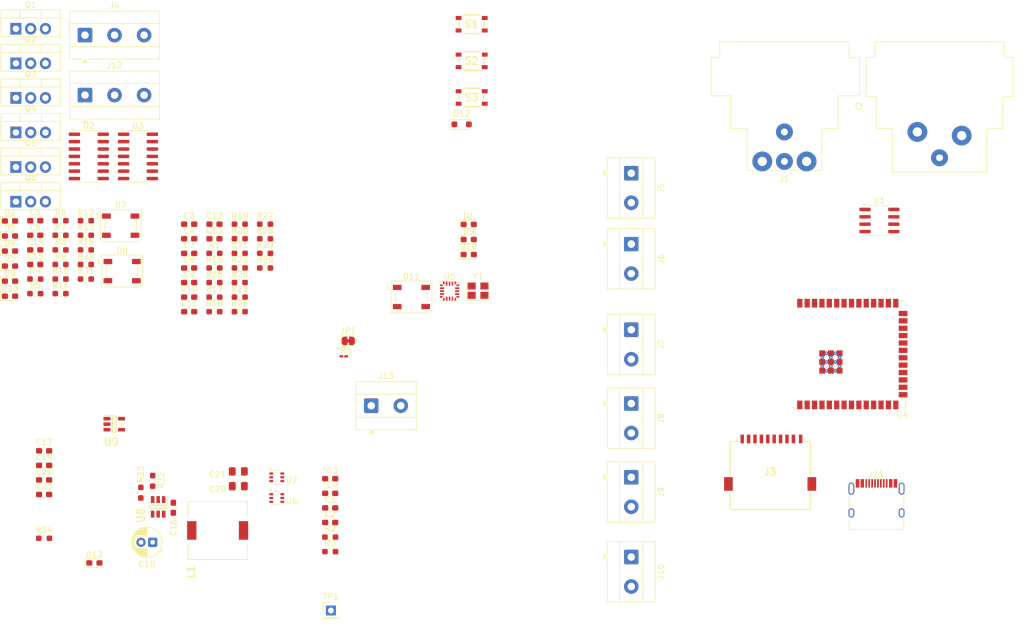
<source format=kicad_pcb>
(kicad_pcb (version 20241229) (generator "pcbnew") (generator_version "9.0")
  (layers (0 "F.Cu" signal) (2 "B.Cu" signal) (13 "F.Paste" user) (15 "B.Paste" user) (5 "F.SilkS" user "F.Silkscreen") (7 "B.SilkS" user "B.Silkscreen") (1 "F.Mask" user) (3 "B.Mask" user) (25 "Edge.Cuts" user))
  (net 0 "")
  (net 1 "GND")
  (net 2 "DMX+")
  (net 3 "DMX-")
  (net 4 "+5V")
  (net 5 "Net-(U5-PC14)")
  (net 6 "Net-(U5-PC15)")
  (net 7 "+3.3V")
  (net 8 "Net-(D1-A)")
  (net 9 "Net-(D1-K)")
  (net 10 "Net-(D2-K)")
  (net 11 "SW_G_2")
  (net 12 "Net-(D3-K)")
  (net 13 "SW_G_3")
  (net 14 "SW_G_4")
  (net 15 "Net-(D4-K)")
  (net 16 "Net-(D5-K)")
  (net 17 "SW_G_5")
  (net 18 "Net-(D6-K)")
  (net 19 "SW_G_6")
  (net 21 "WS2812_1")
  (net 23 "Net-(D9-K)")
  (net 24 "ESP32_LED")
  (net 25 "Net-(D10-A)")
  (net 26 "Net-(D10-K)")
  (net 28 "Net-(D12-A)")
  (net 29 "SW_G_1")
  (net 30 "Net-(D13-K)")
  (net 32 "SD_MISO")
  (net 33 "SD_SCK")
  (net 36 "SD_CS")
  (net 37 "SD_MOSI")
  (net 40 "Net-(J4-Pin_2)")
  (net 41 "+VDC")
  (net 42 "Net-(J5-Pin_1)")
  (net 43 "Net-(J6-Pin_1)")
  (net 44 "Net-(J7-Pin_1)")
  (net 45 "Net-(J8-Pin_1)")
  (net 46 "Net-(J9-Pin_1)")
  (net 47 "Net-(J10-Pin_1)")
  (net 48 "Net-(U4-USB_D-)")
  (net 49 "Net-(J11-CC1)")
  (net 50 "Net-(U4-USB_D+)")
  (net 51 "Net-(J11-CC2)")
  (net 54 "Net-(J12-Pin_2)")
  (net 55 "Net-(JP1-B)")
  (net 56 "Net-(Q1-G)")
  (net 57 "Net-(Q2-G)")
  (net 58 "Net-(Q3-G)")
  (net 59 "Net-(Q4-G)")
  (net 60 "Net-(Q5-G)")
  (net 61 "Net-(Q6-G)")
  (net 62 "STM32_RX")
  (net 63 "ESP32_BOOT")
  (net 64 "ESP32_RESET")
  (net 65 "Net-(U4-IO46)")
  (net 66 "Net-(U4-IO45)")
  (net 67 "STM32_TX")
  (net 68 "OUT_EN")
  (net 69 "STM32_RESET")
  (net 73 "DMX_RX")
  (net 74 "DMX_TX")
  (net 75 "DMX_DE")
  (net 76 "WS2812_2")
  (net 77 "OLED_SDA")
  (net 79 "V_SENSE_VDC")
  (net 82 "OLED_SCL")
  (net 94 "STM32_SWDIO")
  (net 96 "STM32_SWDCLK")
  (net 97 "Net-(U6-VIN)")
  (net 98 "Net-(D12-K)")
  (net 99 "VBUS")
  (net 104 "Net-(U8-CB)")
  (net 105 "Net-(U8-SW)")
  (net 106 "Net-(U8-FB)")
  (footprint "Resistor_SMD:R_0603_1608Metric_Pad0.98x0.95mm_HandSolder" (layer "F.Cu") (at 60.875 81.285)
    (property "Reference" "R7" (at 0 -1.43 0) (layer "F.SilkS"))
    (property "Value" "10k")
    (pad "1" smd roundrect (at -0.9125 0) (size 0.975 0.95) (layers "F.Cu" "F.Mask" "F.Paste") (net 57 "Net-(Q2-G)"))
    (pad "2" smd roundrect (at 0.9125 0) (size 0.975 0.95) (layers "F.Cu" "F.Mask" "F.Paste") (net 1 "GND"))
  )
  (footprint "Resistor_SMD:R_0603_1608Metric_Pad0.98x0.95mm_HandSolder" (layer "F.Cu") (at 96.035 84.395)
    (property "Reference" "R29" (at 0 -1.43 0) (layer "F.SilkS"))
    (property "Value" "10k")
    (pad "1" smd roundrect (at -0.9125 0) (size 0.975 0.95) (layers "F.Cu" "F.Mask" "F.Paste") (net 7 "+3.3V"))
    (pad "2" smd roundrect (at 0.9125 0) (size 0.975 0.95) (layers "F.Cu" "F.Mask" "F.Paste") (net 33 "SD_SCK"))
  )
  (footprint "TerminalBlock_MetzConnect:TerminalBlock_MetzConnect_Type101_RT01602HBWC_1x02_P5.08mm_Horizontal" (layer "F.Cu") (at 159.004 122.931 -90)
    (property "Reference" "J9" (at 2.54 -5.12 90) (layer "F.SilkS"))
    (property "Value" "Screw_Terminal_01x02")
    (pad "1" thru_hole roundrect (at 0 0 270) (size 2.5 2.5) (drill 1.3) (layers "*.Cu" "*.Mask") (roundrect_rratio 0.1) (net 46 "Net-(J9-Pin_1)"))
    (pad "2" thru_hole circle (at 5.08 0 270) (size 2.5 2.5) (drill 1.3) (layers "*.Cu" "*.Mask") (net 41 "+VDC"))
  )
  (footprint "RF_Module:ESP32-S3-WROOM-2" (layer "F.Cu") (at 193.24 101.727 90)
    (property "Reference" "U4" (at -10.5 13.5 0) (layer "F.SilkS") (effects (justify right)))
    (property "Value" "ESP32-S3-WROOM-1")
    (pad "1" smd rect (at -8.75 -5.26 90) (size 1.5 0.9) (layers "F.Cu" "F.Mask" "F.Paste") (net 1 "GND"))
    (pad "2" smd rect (at -8.75 -3.99 90) (size 1.5 0.9) (layers "F.Cu" "F.Mask" "F.Paste") (net 7 "+3.3V"))
    (pad "3" smd rect (at -8.75 -2.72 90) (size 1.5 0.9) (layers "F.Cu" "F.Mask" "F.Paste") (net 64 "ESP32_RESET"))
    (pad "4" smd rect (at -8.75 -1.45 90) (size 1.5 0.9) (layers "F.Cu" "F.Mask" "F.Paste") (net 82 "OLED_SCL"))
    (pad "5" smd rect (at -8.75 -0.18 90) (size 1.5 0.9) (layers "F.Cu" "F.Mask" "F.Paste") (net 77 "OLED_SDA"))
    (pad "6" smd rect (at -8.75 1.09 90) (size 1.5 0.9) (layers "F.Cu" "F.Mask" "F.Paste") (net 36 "SD_CS"))
    (pad "7" smd rect (at -8.75 2.36 90) (size 1.5 0.9) (layers "F.Cu" "F.Mask" "F.Paste") (net 37 "SD_MOSI"))
    (pad "8" smd rect (at -8.75 3.63 90) (size 1.5 0.9) (layers "F.Cu" "F.Mask" "F.Paste") (net 32 "SD_MISO"))
    (pad "9" smd rect (at -8.75 4.9 90) (size 1.5 0.9) (layers "F.Cu" "F.Mask" "F.Paste") (net 33 "SD_SCK"))
    (pad "10" smd rect (at -8.75 6.17 90) (size 1.5 0.9) (layers "F.Cu" "F.Mask" "F.Paste") (net 74 "DMX_TX"))
    (pad "11" smd rect (at -8.75 7.44 90) (size 1.5 0.9) (layers "F.Cu" "F.Mask" "F.Paste") (net 73 "DMX_RX"))
    (pad "12" smd rect (at -8.75 8.71 90) (size 1.5 0.9) (layers "F.Cu" "F.Mask" "F.Paste") (net 79 "V_SENSE_VDC"))
    (pad "13" smd rect (at -8.75 9.98 90) (size 1.5 0.9) (layers "F.Cu" "F.Mask" "F.Paste") (net 48 "Net-(U4-USB_D-)"))
    (pad "14" smd rect (at -8.75 11.25 90) (size 1.5 0.9) (layers "F.Cu" "F.Mask" "F.Paste") (net 50 "Net-(U4-USB_D+)"))
    (pad "15" smd rect (at -6.985 12.5 180) (size 1.5 0.9) (layers "F.Cu" "F.Mask" "F.Paste"))
    (pad "16" smd rect (at -5.715 12.5 180) (size 1.5 0.9) (layers "F.Cu" "F.Mask" "F.Paste") (net 65 "Net-(U4-IO46)"))
    (pad "17" smd rect (at -4.445 12.5 180) (size 1.5 0.9) (layers "F.Cu" "F.Mask" "F.Paste") (net 62 "STM32_RX"))
    (pad "18" smd rect (at -3.175 12.5 180) (size 1.5 0.9) (layers "F.Cu" "F.Mask" "F.Paste") (net 67 "STM32_TX"))
    (pad "19" smd rect (at -1.905 12.5 180) (size 1.5 0.9) (layers "F.Cu" "F.Mask" "F.Paste"))
    (pad "20" smd rect (at -0.635 12.5 180) (size 1.5 0.9) (layers "F.Cu" "F.Mask" "F.Paste") (net 24 "ESP32_LED"))
    (pad "21" smd rect (at 0.635 12.5 180) (size 1.5 0.9) (layers "F.Cu" "F.Mask" "F.Paste") (net 29 "SW_G_1"))
    (pad "22" smd rect (at 1.905 12.5 180) (size 1.5 0.9) (layers "F.Cu" "F.Mask" "F.Paste") (net 11 "SW_G_2"))
    (pad "23" smd rect (at 3.175 12.5 180) (size 1.5 0.9) (layers "F.Cu" "F.Mask" "F.Paste") (net 21 "WS2812_1"))
    (pad "24" smd rect (at 4.445 12.5 180) (size 1.5 0.9) (layers "F.Cu" "F.Mask" "F.Paste") (net 76 "WS2812_2"))
    (pad "25" smd rect (at 5.715 12.5 180) (size 1.5 0.9) (layers "F.Cu" "F.Mask" "F.Paste") (net 68 "OUT_EN"))
    (pad "26" smd rect (at 6.985 12.5 180) (size 1.5 0.9) (layers "F.Cu" "F.Mask" "F.Paste") (net 66 "Net-(U4-IO45)"))
    (pad "27" smd rect (at 8.75 11.25 90) (size 1.5 0.9) (layers "F.Cu" "F.Mask" "F.Paste") (net 63 "ESP32_BOOT"))
    (pad "28" smd rect (at 8.75 9.98 90) (size 1.5 0.9) (layers "F.Cu" "F.Mask" "F.Paste"))
    (pad "29" smd rect (at 8.75 8.71 90) (size 1.5 0.9) (layers "F.Cu" "F.Mask" "F.Paste"))
    (pad "30" smd rect (at 8.75 7.44 90) (size 1.5 0.9) (layers "F.Cu" "F.Mask" "F.Paste"))
    (pad "31" smd rect (at 8.75 6.17 90) (size 1.5 0.9) (layers "F.Cu" "F.Mask" "F.Paste") (net 75 "DMX_DE"))
    (pad "32" smd rect (at 8.75 4.9 90) (size 1.5 0.9) (layers "F.Cu" "F.Mask" "F.Paste") (net 13 "SW_G_3"))
    (pad "33" smd rect (at 8.75 3.63 90) (size 1.5 0.9) (layers "F.Cu" "F.Mask" "F.Paste") (net 14 "SW_G_4"))
    (pad "34" smd rect (at 8.75 2.36 90) (size 1.5 0.9) (layers "F.Cu" "F.Mask" "F.Paste") (net 17 "SW_G_5"))
    (pad "35" smd rect (at 8.75 1.09 90) (size 1.5 0.9) (layers "F.Cu" "F.Mask" "F.Paste") (net 19 "SW_G_6"))
    (pad "36" smd rect (at 8.75 -0.18 90) (size 1.5 0.9) (layers "F.Cu" "F.Mask" "F.Paste"))
    (pad "37" smd rect (at 8.75 -1.45 90) (size 1.5 0.9) (layers "F.Cu" "F.Mask" "F.Paste"))
    (pad "38" smd rect (at 8.75 -2.72 90) (size 1.5 0.9) (layers "F.Cu" "F.Mask" "F.Paste"))
    (pad "39" smd rect (at 8.75 -3.99 90) (size 1.5 0.9) (layers "F.Cu" "F.Mask" "F.Paste"))
    (pad "40" smd rect (at 8.75 -5.26 90) (size 1.5 0.9) (layers "F.Cu" "F.Mask" "F.Paste") (net 1 "GND"))
    (pad "41" smd rect (at -2.86 -1.41 90) (size 1 1) (property pad_prop_heatsink) (layers "F.Cu" "F.Mask" "F.Paste") (net 1 "GND"))
    (pad "41" thru_hole circle (at -2.86 -0.66 90) (size 0.6 0.6) (drill 0.2) (property pad_prop_heatsink) (layers "*.Cu" "*.Mask") (net 1 "GND"))
    (pad "41" smd rect (at -2.86 0.09 90) (size 1 1) (property pad_prop_heatsink) (layers "F.Cu" "F.Mask" "F.Paste") (net 1 "GND"))
    (pad "41" thru_hole circle (at -2.86 0.84 90) (size 0.6 0.6) (drill 0.2) (property pad_prop_heatsink) (layers "*.Cu" "*.Mask") (net 1 "GND"))
    (pad "41" smd rect (at -2.86 1.59 90) (size 1 1) (property pad_prop_heatsink) (layers "F.Cu" "F.Mask" "F.Paste") (net 1 "GND"))
    (pad "41" thru_hole circle (at -2.11 -1.41 90) (size 0.6 0.6) (drill 0.2) (property pad_prop_heatsink) (layers "*.Cu" "*.Mask") (net 1 "GND"))
    (pad "41" thru_hole circle (at -2.11 0.09 90) (size 0.6 0.6) (drill 0.2) (property pad_prop_heatsink) (layers "*.Cu" "*.Mask") (net 1 "GND"))
    (pad "41" thru_hole circle (at -2.11 1.59 90) (size 0.6 0.6) (drill 0.2) (property pad_prop_heatsink) (layers "*.Cu" "*.Mask") (net 1 "GND"))
    (pad "41" smd rect (at -1.36 -1.41 90) (size 1 1) (property pad_prop_heatsink) (layers "F.Cu" "F.Mask" "F.Paste") (net 1 "GND"))
    (pad "41" thru_hole circle (at -1.36 -0.66 90) (size 0.6 0.6) (drill 0.2) (property pad_prop_heatsink) (layers "*.Cu" "*.Mask") (net 1 "GND"))
    (pad "41" smd rect (at -1.36 0.09 90) (size 1 1) (property pad_prop_heatsink) (layers "F.Cu" "F.Mask" "F.Paste") (net 1 "GND"))
    (pad "41" thru_hole circle (at -1.36 0.84 90) (size 0.6 0.6) (drill 0.2) (property pad_prop_heatsink) (layers "*.Cu" "*.Mask") (net 1 "GND"))
    (pad "41" smd rect (at -1.36 1.59 90) (size 1 1) (property pad_prop_heatsink) (layers "F.Cu" "F.Mask" "F.Paste") (net 1 "GND"))
    (pad "41" thru_hole circle (at -0.61 -1.41 90) (size 0.6 0.6) (drill 0.2) (property pad_prop_heatsink) (layers "*.Cu" "*.Mask") (net 1 "GND"))
    (pad "41" thru_hole circle (at -0.61 0.09 90) (size 0.6 0.6) (drill 0.2) (property pad_prop_heatsink) (layers "*.Cu" "*.Mask") (net 1 "GND"))
    (pad "41" thru_hole circle (at -0.61 1.59 90) (size 0.6 0.6) (drill 0.2) (property pad_prop_heatsink) (layers "*.Cu" "*.Mask") (net 1 "GND"))
    (pad "41" smd rect (at 0.14 -1.41 90) (size 1 1) (property pad_prop_heatsink) (layers "F.Cu" "F.Mask" "F.Paste") (net 1 "GND"))
    (pad "41" thru_hole circle (at 0.14 -0.66 90) (size 0.6 0.6) (drill 0.2) (property pad_prop_heatsink) (layers "*.Cu" "*.Mask") (net 1 "GND"))
    (pad "41" smd rect (at 0.14 0.09 90) (size 1 1) (property pad_prop_heatsink) (layers "F.Cu" "F.Mask" "F.Paste") (net 1 "GND"))
    (pad "41" thru_hole circle (at 0.14 0.84 90) (size 0.6 0.6) (drill 0.2) (property pad_prop_heatsink) (layers "*.Cu" "*.Mask") (net 1 "GND"))
    (pad "41" smd rect (at 0.14 1.59 90) (size 1 1) (property pad_prop_heatsink) (layers "F.Cu" "F.Mask" "F.Paste") (net 1 "GND"))
  )
  (footprint "Resistor_SMD:R_0603_1608Metric_Pad0.98x0.95mm_HandSolder" (layer "F.Cu") (at 91.685 91.925)
    (property "Reference" "R25" (at 0 -1.43 0) (layer "F.SilkS"))
    (property "Value" "470")
    (pad "1" smd roundrect (at -0.9125 0) (size 0.975 0.95) (layers "F.Cu" "F.Mask" "F.Paste") (net 26 "Net-(D10-K)"))
    (pad "2" smd roundrect (at 0.9125 0) (size 0.975 0.95) (layers "F.Cu" "F.Mask" "F.Paste") (net 1 "GND"))
  )
  (footprint "Resistor_SMD:R_0603_1608Metric_Pad0.98x0.95mm_HandSolder" (layer "F.Cu") (at 58.044 133.428)
    (property "Reference" "R34" (at 0 -1.43 0) (layer "F.SilkS"))
    (property "Value" "470")
    (pad "1" smd roundrect (at -0.9125 0) (size 0.975 0.95) (layers "F.Cu" "F.Mask" "F.Paste") (net 98 "Net-(D12-K)"))
    (pad "2" smd roundrect (at 0.9125 0) (size 0.975 0.95) (layers "F.Cu" "F.Mask" "F.Paste") (net 1 "GND"))
  )
  (footprint "Resistor_SMD:R_0603_1608Metric_Pad0.98x0.95mm_HandSolder" (layer "F.Cu") (at 65.225 88.815)
    (property "Reference" "R31" (at 0 -1.43 0) (layer "F.SilkS"))
    (property "Value" "10k")
    (pad "1" smd roundrect (at -0.9125 0) (size 0.975 0.95) (layers "F.Cu" "F.Mask" "F.Paste") (net 61 "Net-(Q6-G)"))
    (pad "2" smd roundrect (at 0.9125 0) (size 0.975 0.95) (layers "F.Cu" "F.Mask" "F.Paste") (net 1 "GND"))
  )
  (footprint "Capacitor_SMD:C_0603_1608Metric_Pad1.08x0.95mm_HandSolder" (layer "F.Cu") (at 56.525 86.305)
    (property "Reference" "C15" (at 0 -1.43 0) (layer "F.SilkS"))
    (property "Value" "100n")
    (pad "1" smd roundrect (at -0.8625 0) (size 1.075 0.95) (layers "F.Cu" "F.Mask" "F.Paste") (net 1 "GND"))
    (pad "2" smd roundrect (at 0.8625 0) (size 1.075 0.95) (layers "F.Cu" "F.Mask" "F.Paste") (net 4 "+5V"))
  )
  (footprint "LED_SMD:LED_0603_1608Metric_Pad1.05x0.95mm_HandSolder" (layer "F.Cu") (at 131.06 82.005)
    (property "Reference" "D9" (at 0 -1.43 0) (layer "F.SilkS"))
    (property "Value" "LED")
    (pad "1" smd roundrect (at -0.875 0) (size 1.05 0.95) (layers "F.Cu" "F.Mask" "F.Paste") (net 23 "Net-(D9-K)"))
    (pad "2" smd roundrect (at 0.875 0) (size 1.05 0.95) (layers "F.Cu" "F.Mask" "F.Paste") (net 24 "ESP32_LED"))
  )
  (footprint "SamacSys_Parts:SOT95P280X145-6N" (layer "F.Cu") (at 77.658 128.016 -90)
    (property "Reference" "U8" (at 1.524 2.985 90) (layer "F.SilkS") (effects (font (size 1.27 1.27) (thickness 0.254))))
    (property "Value" "LMR51610XDBVR" (hide yes))
    (pad "1" smd rect (at -1.25 -0.95) (size 0.6 1.2) (layers "F.Cu" "F.Mask" "F.Paste") (net 104 "Net-(U8-CB)"))
    (pad "2" smd rect (at -1.25 0) (size 0.6 1.2) (layers "F.Cu" "F.Mask" "F.Paste") (net 1 "GND"))
    (pad "3" smd rect (at -1.25 0.95) (size 0.6 1.2) (layers "F.Cu" "F.Mask" "F.Paste") (net 106 "Net-(U8-FB)"))
    (pad "4" smd rect (at 1.25 0.95) (size 0.6 1.2) (layers "F.Cu" "F.Mask" "F.Paste") (net 41 "+VDC"))
    (pad "5" smd rect (at 1.25 0) (size 0.6 1.2) (layers "F.Cu" "F.Mask" "F.Paste") (net 41 "+VDC"))
    (pad "6" smd rect (at 1.25 -0.95) (size 0.6 1.2) (layers "F.Cu" "F.Mask" "F.Paste") (net 105 "Net-(U8-SW)"))
  )
  (footprint "Package_TO_SOT_THT:TO-220-3_Vertical" (layer "F.Cu") (at 53.195 57.645)
    (property "Reference" "Q3" (at 2.54 -4.1 0) (layer "F.SilkS"))
    (property "Value" "IRLZ44N")
    (pad "1" thru_hole rect (at 0 0) (size 1.905 2) (drill 1.1) (layers "*.Cu" "*.Mask") (net 58 "Net-(Q3-G)"))
    (pad "2" thru_hole oval (at 2.54 0) (size 1.905 2) (drill 1.1) (layers "*.Cu" "*.Mask") (net 44 "Net-(J7-Pin_1)"))
    (pad "3" thru_hole oval (at 5.08 0) (size 1.905 2) (drill 1.1) (layers "*.Cu" "*.Mask") (net 1 "GND"))
  )
  (footprint "TerminalBlock_MetzConnect:TerminalBlock_MetzConnect_Type101_RT01603HBWC_1x03_P5.08mm_Horizontal" (layer "F.Cu") (at 65.075 57.16)
    (property "Reference" "J12" (at 5.08 -5.12 0) (layer "F.SilkS"))
    (property "Value" "Screw_Terminal_01x03")
    (pad "1" thru_hole roundrect (at 0 0) (size 2.5 2.5) (drill 1.3) (layers "*.Cu" "*.Mask") (roundrect_rratio 0.1) (net 1 "GND"))
    (pad "2" thru_hole circle (at 5.08 0) (size 2.5 2.5) (drill 1.3) (layers "*.Cu" "*.Mask") (net 54 "Net-(J12-Pin_2)"))
    (pad "3" thru_hole circle (at 10.16 0) (size 2.5 2.5) (drill 1.3) (layers "*.Cu" "*.Mask") (net 41 "+VDC"))
  )
  (footprint "Capacitor_SMD:C_0603_1608Metric_Pad1.08x0.95mm_HandSolder" (layer "F.Cu") (at 82.985 86.905)
    (property "Reference" "C8" (at 0 -1.43 0) (layer "F.SilkS"))
    (property "Value" "100n")
    (pad "1" smd roundrect (at -0.8625 0) (size 1.075 0.95) (layers "F.Cu" "F.Mask" "F.Paste") (net 7 "+3.3V"))
    (pad "2" smd roundrect (at 0.8625 0) (size 1.075 0.95) (layers "F.Cu" "F.Mask" "F.Paste") (net 1 "GND"))
  )
  (footprint "Resistor_SMD:R_0603_1608Metric_Pad0.98x0.95mm_HandSolder" (layer "F.Cu") (at 107.235 135.725)
    (property "Reference" "R3" (at 0 -1.43 0) (layer "F.SilkS"))
    (property "Value" "10k")
    (pad "1" smd roundrect (at -0.9125 0) (size 0.975 0.95) (layers "F.Cu" "F.Mask" "F.Paste") (net 3 "DMX-"))
    (pad "2" smd roundrect (at 0.9125 0) (size 0.975 0.95) (layers "F.Cu" "F.Mask" "F.Paste") (net 1 "GND"))
  )
  (footprint "Capacitor_THT:CP_Radial_D5.0mm_P2.00mm" (layer "F.Cu") (at 76.708 134.112 180)
    (property "Reference" "C18" (at 1 -3.75 0) (layer "F.SilkS"))
    (property "Value" "C_Polarized")
    (pad "1" thru_hole roundrect (at 0 0 180) (size 1.6 1.6) (drill 0.8) (layers "*.Cu" "*.Mask") (roundrect_rratio 0.15625) (net 41 "+VDC"))
    (pad "2" thru_hole circle (at 2 0 180) (size 1.6 1.6) (drill 0.8) (layers "*.Cu" "*.Mask") (net 1 "GND"))
  )
  (footprint "Resistor_SMD:R_0603_1608Metric_Pad0.98x0.95mm_HandSolder" (layer "F.Cu") (at 91.685 84.395)
    (property "Reference" "R21" (at 0 -1.43 0) (layer "F.SilkS"))
    (property "Value" "5.1k")
    (pad "1" smd roundrect (at -0.9125 0) (size 0.975 0.95) (layers "F.Cu" "F.Mask" "F.Paste") (net 67 "STM32_TX"))
    (pad "2" smd roundrect (at 0.9125 0) (size 0.975 0.95) (layers "F.Cu" "F.Mask" "F.Paste") (net 7 "+3.3V"))
  )
  (footprint "Capacitor_SMD:C_0603_1608Metric_Pad1.08x0.95mm_HandSolder" (layer "F.Cu") (at 107.235 130.705)
    (property "Reference" "C2" (at 0 -1.43 0) (layer "F.SilkS"))
    (property "Value" "1u")
    (pad "1" smd roundrect (at -0.8625 0) (size 1.075 0.95) (layers "F.Cu" "F.Mask" "F.Paste") (net 4 "+5V"))
    (pad "2" smd roundrect (at 0.8625 0) (size 1.075 0.95) (layers "F.Cu" "F.Mask" "F.Paste") (net 1 "GND"))
  )
  (footprint "Resistor_SMD:R_0603_1608Metric_Pad0.98x0.95mm_HandSolder" (layer "F.Cu") (at 56.525 88.815)
    (property "Reference" "R4" (at 0 -1.43 0) (layer "F.SilkS"))
    (property "Value" "10k")
    (pad "1" smd roundrect (at -0.9125 0) (size 0.975 0.95) (layers "F.Cu" "F.Mask" "F.Paste") (net 60 "Net-(Q5-G)"))
    (pad "2" smd roundrect (at 0.9125 0) (size 0.975 0.95) (layers "F.Cu" "F.Mask" "F.Paste") (net 1 "GND"))
  )
  (footprint "TerminalBlock_MetzConnect:TerminalBlock_MetzConnect_Type101_RT01602HBWC_1x02_P5.08mm_Horizontal" (layer "F.Cu") (at 159.004 136.647 -90)
    (property "Reference" "J10" (at 2.54 -5.12 90) (layer "F.SilkS"))
    (property "Value" "Screw_Terminal_01x02")
    (pad "1" thru_hole roundrect (at 0 0 270) (size 2.5 2.5) (drill 1.3) (layers "*.Cu" "*.Mask") (roundrect_rratio 0.1) (net 47 "Net-(J10-Pin_1)"))
    (pad "2" thru_hole circle (at 5.08 0 270) (size 2.5 2.5) (drill 1.3) (layers "*.Cu" "*.Mask") (net 41 "+VDC"))
  )
  (footprint "Resistor_SMD:R_0603_1608Metric_Pad0.98x0.95mm_HandSolder" (layer "F.Cu") (at 60.875 88.815)
    (property "Reference" "R10" (at 0 -1.43 0) (layer "F.SilkS"))
    (property "Value" "470")
    (pad "1" smd roundrect (at -0.9125 0) (size 0.975 0.95) (layers "F.Cu" "F.Mask" "F.Paste") (net 10 "Net-(D2-K)"))
    (pad "2" smd roundrect (at 0.9125 0) (size 0.975 0.95) (layers "F.Cu" "F.Mask" "F.Paste") (net 1 "GND"))
  )
  (footprint "Capacitor_SMD:C_0805_2012Metric_Pad1.18x1.45mm_HandSolder" (layer "F.Cu") (at 91.44 121.92 180)
    (property "Reference" "C21" (at 3.5775 -0.508 0) (layer "F.SilkS"))
    (property "Value" "10u")
    (pad "1" smd roundrect (at -1.0375 0 180) (size 1.175 1.45) (layers "F.Cu" "F.Mask" "F.Paste") (roundrect_rratio 0.212766) (net 97 "Net-(U6-VIN)"))
    (pad "2" smd roundrect (at 1.0375 0 180) (size 1.175 1.45) (layers "F.Cu" "F.Mask" "F.Paste") (roundrect_rratio 0.212766) (net 1 "GND"))
  )
  (footprint "Package_TO_SOT_THT:TO-220-3_Vertical" (layer "F.Cu") (at 53.195 69.545)
    (property "Reference" "Q5" (at 2.54 -4.1 0) (layer "F.SilkS"))
    (property "Value" "IRLZ44N")
    (pad "1" thru_hole rect (at 0 0) (size 1.905 2) (drill 1.1) (layers "*.Cu" "*.Mask") (net 60 "Net-(Q5-G)"))
    (pad "2" thru_hole oval (at 2.54 0) (size 1.905 2) (drill 1.1) (layers "*.Cu" "*.Mask") (net 46 "Net-(J9-Pin_1)"))
    (pad "3" thru_hole oval (at 5.08 0) (size 1.905 2) (drill 1.1) (layers "*.Cu" "*.Mask") (net 1 "GND"))
  )
  (footprint "SamacSys_Parts:MSD11A" (layer "F.Cu") (at 182.88 122.405)
    (property "Reference" "J3" (at 0 -0.375 0) (layer "F.SilkS") (effects (font (size 1.27 1.27) (thickness 0.254))))
    (property "Value" "MSD-11-A" (hide yes))
    (pad "" np_thru_hole circle (at -5 -3.025) (size 1.4 1.4) (drill 1.4) (layers "*.Cu" "*.Mask"))
    (pad "" np_thru_hole circle (at 5 -3.025) (size 1.4 1.4) (drill 1.4) (layers "*.Cu" "*.Mask"))
    (pad "G1" smd rect (at 7.17 1.675) (size 1.5 2.34) (layers "F.Cu" "F.Mask" "F.Paste") (net 1 "GND"))
    (pad "G2" smd rect (at -7.17 1.675) (size 1.5 2.34) (layers "F.Cu" "F.Mask" "F.Paste") (net 1 "GND"))
    (pad "P1" smd rect (at 2.9 -6.075) (size 0.6 1.5) (layers "F.Cu" "F.Mask" "F.Paste"))
    (pad "P2" smd rect (at 1.8 -6.075) (size 0.6 1.5) (layers "F.Cu" "F.Mask" "F.Paste") (net 36 "SD_CS"))
    (pad "P3" smd rect (at 0.7 -6.075) (size 0.6 1.5) (layers "F.Cu" "F.Mask" "F.Paste") (net 37 "SD_MOSI"))
    (pad "P4" smd rect (at -0.4 -6.075) (size 0.6 1.5) (layers "F.Cu" "F.Mask" "F.Paste") (net 7 "+3.3V"))
    (pad "P5" smd rect (at -1.5 -6.075) (size 0.6 1.5) (layers "F.Cu" "F.Mask" "F.Paste") (net 33 "SD_SCK"))
    (pad "P6" smd rect (at -2.6 -6.075) (size 0.6 1.5) (layers "F.Cu" "F.Mask" "F.Paste") (net 1 "GND"))
    (pad "P7" smd rect (at -3.7 -6.075) (size 0.6 1.5) (layers "F.Cu" "F.Mask" "F.Paste") (net 32 "SD_MISO"))
    (pad "P8" smd rect (at -4.8 -6.075) (size 0.6 1.5) (layers "F.Cu" "F.Mask" "F.Paste"))
    (pad "P9" smd rect (at 5.25 -6.075) (size 0.6 1.5) (layers "F.Cu" "F.Mask" "F.Paste"))
    (pad "P10" smd rect (at 4 -6.075) (size 0.6 1.5) (layers "F.Cu" "F.Mask" "F.Paste"))
  )
  (footprint "TerminalBlock_MetzConnect:TerminalBlock_MetzConnect_Type101_RT01603HBWC_1x03_P5.08mm_Horizontal" (layer "F.Cu") (at 65.075 46.845)
    (property "Reference" "J4" (at 5.08 -5.12 0) (layer "F.SilkS"))
    (property "Value" "Screw_Terminal_01x03")
    (pad "1" thru_hole roundrect (at 0 0) (size 2.5 2.5) (drill 1.3) (layers "*.Cu" "*.Mask") (roundrect_rratio 0.1) (net 1 "GND"))
    (pad "2" thru_hole circle (at 5.08 0) (size 2.5 2.5) (drill 1.3) (layers "*.Cu" "*.Mask") (net 40 "Net-(J4-Pin_2)"))
    (pad "3" thru_hole circle (at 10.16 0) (size 2.5 2.5) (drill 1.3) (layers "*.Cu" "*.Mask") (net 41 "+VDC"))
  )
  (footprint "Capacitor_SMD:C_0603_1608Metric_Pad1.08x0.95mm_HandSolder" (layer "F.Cu") (at 56.525 78.775)
    (property "Reference" "C5" (at 0 -1.43 0) (layer "F.SilkS"))
    (property "Value" "100n")
    (pad "1" smd roundrect (at -0.8625 0) (size 1.075 0.95) (layers "F.Cu" "F.Mask" "F.Paste") (net 7 "+3.3V"))
    (pad "2" smd roundrect (at 0.8625 0) (size 1.075 0.95) (layers "F.Cu" "F.Mask" "F.Paste") (net 1 "GND"))
  )
  (footprint "Capacitor_SMD:C_0603_1608Metric_Pad1.08x0.95mm_HandSolder" (layer "F.Cu") (at 107.235 125.685)
    (property "Reference" "*C4" (at 0 -1.43 0) (layer "F.SilkS"))
    (property "Value" "C")
    (pad "1" smd roundrect (at -0.8625 0) (size 1.075 0.95) (layers "F.Cu" "F.Mask" "F.Paste") (net 3 "DMX-"))
    (pad "2" smd roundrect (at 0.8625 0) (size 1.075 0.95) (layers "F.Cu" "F.Mask" "F.Paste") (net 1 "GND"))
  )
  (footprint "SamacSys_Parts:RKB2SJM250SMTRLFS" (layer "F.Cu") (at 131.56 51.27)
    (property "Reference" "S2" (at 0 0 0) (layer "F.SilkS") (effects (font (size 1.27 1.27) (thickness 0.254))))
    (property "Value" "RKB2SJM250SMTR_LFS" (hide yes))
    (pad "1" smd rect (at -2.25 -1.075 90) (size 0.7 1) (layers "F.Cu" "F.Mask" "F.Paste") (net 1 "GND"))
    (pad "2" smd rect (at 2.25 -1.075 90) (size 0.7 1) (layers "F.Cu" "F.Mask" "F.Paste") (net 1 "GND"))
    (pad "3" smd rect (at -2.25 1.075 90) (size 0.7 1) (layers "F.Cu" "F.Mask" "F.Paste") (net 64 "ESP32_RESET"))
    (pad "4" smd rect (at 2.25 1.075 90) (size 0.7 1) (layers "F.Cu" "F.Mask" "F.Paste"))
  )
  (footprint "Package_TO_SOT_THT:TO-220-3_Vertical" (layer "F.Cu") (at 53.195 75.495)
    (property "Reference" "Q6" (at 2.54 -4.1 0) (layer "F.SilkS"))
    (property "Value" "IRLZ44N")
    (pad "1" thru_hole rect (at 0 0) (size 1.905 2) (drill 1.1) (layers "*.Cu" "*.Mask") (net 61 "Net-(Q6-G)"))
    (pad "2" thru_hole oval (at 2.54 0) (size 1.905 2) (drill 1.1) (layers "*.Cu" "*.Mask") (net 47 "Net-(J10-Pin_1)"))
    (pad "3" thru_hole oval (at 5.08 0) (size 1.905 2) (drill 1.1) (layers "*.Cu" "*.Mask") (net 1 "GND"))
  )
  (footprint "Resistor_SMD:R_0603_1608Metric_Pad0.98x0.95mm_HandSolder" (layer "F.Cu") (at 65.225 83.795)
    (property "Reference" "R14" (at 0 -1.43 0) (layer "F.SilkS"))
    (property "Value" "470")
    (pad "1" smd roundrect (at -0.9125 0) (size 0.975 0.95) (layers "F.Cu" "F.Mask" "F.Paste") (net 18 "Net-(D6-K)"))
    (pad "2" smd roundrect (at 0.9125 0) (size 0.975 0.95) (layers "F.Cu" "F.Mask" "F.Paste") (net 1 "GND"))
  )
  (footprint "LED_SMD:LED_0603_1608Metric_Pad1.05x0.95mm_HandSolder" (layer "F.Cu") (at 52.18 91.765)
    (property "Reference" "D13" (at 0 -1.43 0) (layer "F.SilkS"))
    (property "Value" "LED")
    (pad "1" smd roundrect (at -0.875 0) (size 1.05 0.95) (layers "F.Cu" "F.Mask" "F.Paste") (net 30 "Net-(D13-K)"))
    (pad "2" smd roundrect (at 0.875 0) (size 1.05 0.95) (layers "F.Cu" "F.Mask" "F.Paste") (net 29 "SW_G_1"))
  )
  (footprint "TerminalBlock_MetzConnect:TerminalBlock_MetzConnect_Type101_RT01602HBWC_1x02_P5.08mm_Horizontal" (layer "F.Cu") (at 159.004 110.236 -90)
    (property "Reference" "J8" (at 2.54 -5.12 90) (layer "F.SilkS"))
    (property "Value" "Screw_Terminal_01x02")
    (pad "1" thru_hole roundrect (at 0 0 270) (size 2.5 2.5) (drill 1.3) (layers "*.Cu" "*.Mask") (roundrect_rratio 0.1) (net 45 "Net-(J8-Pin_1)"))
    (pad "2" thru_hole circle (at 5.08 0 270) (size 2.5 2.5) (drill 1.3) (layers "*.Cu" "*.Mask") (net 41 "+VDC"))
  )
  (footprint "TerminalBlock_MetzConnect:TerminalBlock_MetzConnect_Type101_RT01602HBWC_1x02_P5.08mm_Horizontal" (layer "F.Cu") (at 114.295 110.6115)
    (property "Reference" "J13" (at 2.54 -5.12 0) (layer "F.SilkS"))
    (property "Value" "Screw_Terminal_01x02")
    (pad "1" thru_hole roundrect (at 0 0) (size 2.5 2.5) (drill 1.3) (layers "*.Cu" "*.Mask") (roundrect_rratio 0.1) (net 1 "GND"))
    (pad "2" thru_hole circle (at 5.08 0) (size 2.5 2.5) (drill 1.3) (layers "*.Cu" "*.Mask") (net 41 "+VDC"))
  )
  (footprint "Resistor_SMD:R_0603_1608Metric_Pad0.98x0.95mm_HandSolder" (layer "F.Cu") (at 107.235 133.215)
    (property "Reference" "R2" (at 0 -1.43 0) (layer "F.SilkS"))
    (property "Value" "10k")
    (pad "1" smd roundrect (at -0.9125 0) (size 0.975 0.95) (layers "F.Cu" "F.Mask" "F.Paste") (net 4 "+5V"))
    (pad "2" smd roundrect (at 0.9125 0) (size 0.975 0.95) (layers "F.Cu" "F.Mask" "F.Paste") (net 2 "DMX+"))
  )
  (footprint "Resistor_SMD:R_0603_1608Metric_Pad0.98x0.95mm_HandSolder" (layer "F.Cu") (at 87.335 86.905)
    (property "Reference" "R15" (at 0 -1.43 0) (layer "F.SilkS"))
    (property "Value" "5.1k")
    (pad "1" smd roundrect (at -0.9125 0) (size 0.975 0.95) (layers "F.Cu" "F.Mask" "F.Paste") (net 1 "GND"))
    (pad "2" smd roundrect (at 0.9125 0) (size 0.975 0.95) (layers "F.Cu" "F.Mask" "F.Paste") (net 51 "Net-(J11-CC2)"))
  )
  (footprint "Capacitor_SMD:C_0603_1608Metric_Pad1.08x0.95mm_HandSolder" (layer "F.Cu") (at 82.985 79.375)
    (property "Reference" "C3" (at 0 -1.43 0) (layer "F.SilkS"))
    (property "Value" "6.8p")
    (pad "1" smd roundrect (at -0.8625 0) (size 1.075 0.95) (layers "F.Cu" "F.Mask" "F.Paste") (net 5 "Net-(U5-PC14)"))
    (pad "2" smd roundrect (at 0.8625 0) (size 1.075 0.95) (layers "F.Cu" "F.Mask" "F.Paste") (net 1 "GND"))
  )
  (footprint "Resistor_SMD:R_0603_1608Metric_Pad0.98x0.95mm_HandSolder" (layer "F.Cu") (at 60.875 91.325)
    (property "Reference" "R11" (at 0 -1.43 0) (layer "F.SilkS"))
    (property "Value" "470")
    (pad "1" smd roundrect (at -0.9125 0) (size 0.975 0.95) (layers "F.Cu" "F.Mask" "F.Paste") (net 12 "Net-(D3-K)"))
    (pad "2" smd roundrect (at 0.9125 0) (size 0.975 0.95) (layers "F.Cu" "F.Mask" "F.Paste") (net 1 "GND"))
  )
  (footprint "Capacitor_SMD:C_0603_1608Metric_Pad1.08x0.95mm_HandSolder" (layer "F.Cu") (at 107.235 123.175)
    (property "Reference" "*C3" (at 0 -1.43 0) (layer "F.SilkS"))
    (property "Value" "C")
    (pad "1" smd roundrect (at -0.8625 0) (size 1.075 0.95) (layers "F.Cu" "F.Mask" "F.Paste") (net 2 "DMX+"))
    (pad "2" smd roundrect (at 0.8625 0) (size 1.075 0.95) (layers "F.Cu" "F.Mask" "F.Paste") (net 1 "GND"))
  )
  (footprint "Package_TO_SOT_THT:TO-220-3_Vertical" (layer "F.Cu") (at 53.195 45.745)
    (property "Reference" "Q1" (at 2.54 -4.1 0) (layer "F.SilkS"))
    (property "Value" "IRLZ44N")
    (pad "1" thru_hole rect (at 0 0) (size 1.905 2) (drill 1.1) (layers "*.Cu" "*.Mask") (net 56 "Net-(Q1-G)"))
    (pad "2" thru_hole oval (at 2.54 0) (size 1.905 2) (drill 1.1) (layers "*.Cu" "*.Mask") (net 42 "Net-(J5-Pin_1)"))
    (pad "3" thru_hole oval (at 5.08 0) (size 1.905 2) (drill 1.1) (layers "*.Cu" "*.Mask") (net 1 "GND"))
  )
  (footprint "Capacitor_SMD:C_0603_1608Metric_Pad1.08x0.95mm_HandSolder" (layer "F.Cu") (at 58.044 118.368)
    (property "Reference" "C17" (at 0 -1.43 0) (layer "F.SilkS"))
    (property "Value" "100n")
    (pad "1" smd roundrect (at -0.8625 0) (size 1.075 0.95) (layers "F.Cu" "F.Mask" "F.Paste") (net 1 "GND"))
    (pad "2" smd roundrect (at 0.8625 0) (size 1.075 0.95) (layers "F.Cu" "F.Mask" "F.Paste") (net 41 "+VDC"))
  )
  (footprint "Resistor_SMD:R_0603_1608Metric_Pad0.98x0.95mm_HandSolder" (layer "F.Cu") (at 87.335 91.925)
    (property "Reference" "R17" (at 0 -1.43 0) (layer "F.SilkS"))
    (property "Value" "5.1k")
    (pad "1" smd roundrect (at -0.9125 0) (size 0.975 0.95) (layers "F.Cu" "F.Mask" "F.Paste") (net 7 "+3.3V"))
    (pad "2" smd roundrect (at 0.9125 0) (size 0.975 0.95) (layers "F.Cu" "F.Mask" "F.Paste") (net 63 "ESP32_BOOT"))
  )
  (footprint "Resistor_SMD:R_0603_1608Metric_Pad0.98x0.95mm_HandSolder" (layer "F.Cu") (at 87.335 89.415)
    (property "Reference" "R16" (at 0 -1.43 0) (layer "F.SilkS"))
    (property "Value" "5.1k")
    (pad "1" smd roundrect (at -0.9125 0) (size 0.975 0.95) (layers "F.Cu" "F.Mask" "F.Paste") (net 1 "GND"))
    (pad "2" smd roundrect (at 0.9125 0) (size 0.975 0.95) (layers "F.Cu" "F.Mask" "F.Paste") (net 49 "Net-(J11-CC1)"))
  )
  (footprint "Capacitor_SMD:C_0805_2012Metric_Pad1.18x1.45mm_HandSolder" (layer "F.Cu") (at 91.44 124.46 180)
    (property "Reference" "C20" (at 3.556 -0.508 0) (layer "F.SilkS"))
    (property "Value" "10u")
    (pad "1" smd roundrect (at -1.0375 0 180) (size 1.175 1.45) (layers "F.Cu" "F.Mask" "F.Paste") (roundrect_rratio 0.212766) (net 97 "Net-(U6-VIN)"))
    (pad "2" smd roundrect (at 1.0375 0 180) (size 1.175 1.45) (layers "F.Cu" "F.Mask" "F.Paste") (roundrect_rratio 0.212766) (net 1 "GND"))
  )
  (footprint "Capacitor_SMD:C_0603_1608Metric_Pad1.08x0.95mm_HandSolder" (layer "F.Cu") (at 58.044 125.898)
    (property "Reference" "C23" (at 0 -1.43 0) (layer "F.SilkS"))
    (property "Value" "1u")
    (pad "1" smd roundrect (at -0.8625 0) (size 1.075 0.95) (layers "F.Cu" "F.Mask" "F.Paste") (net 1 "GND"))
    (pad "2" smd roundrect (at 0.8625 0) (size 1.075 0.95) (layers "F.Cu" "F.Mask" "F.Paste") (net 7 "+3.3V"))
  )
  (footprint "Connector_Audio:Jack_XLR_Neutrik_NC3FAAH_Horizontal" (layer "F.Cu") (at 208.2 63.5 90)
    (property "Reference" "J2" (at 4.3 -10 90) (layer "F.SilkS"))
    (property "Value" "NC3FAAH")
    (pad "" np_thru_hole circle (at 3.81 7.62 90) (size 1.6 1.6) (drill 1.6) (layers "*.Cu" "*.Mask"))
    (pad "" np_thru_hole circle (at 8.89 0 90) (size 1.6 1.6) (drill 1.6) (layers "*.Cu" "*.Mask"))
    (pad "1" thru_hole circle (at 0 0 90) (size 3.4 3.4) (drill 1.6) (layers "*.Cu" "*.Mask") (net 1 "GND"))
    (pad "2" thru_hole circle (at -0.635 7.62 90) (size 3.4 3.4) (drill 1.6) (layers "*.Cu" "*.Mask") (net 3 "DMX-"))
    (pad "3" thru_hole circle (at -4.45 3.81 90) (size 2.9 2.9) (drill 1.2) (layers "*.Cu" "*.Mask") (net 2 "DMX+"))
  )
  (footprint "Package_SO:SOIC-14_3.9x8.7mm_P1.27mm" (layer "F.Cu") (at 74.185 67.71)
    (property "Reference" "U3" (at 0 -5.28 0) (layer "F.SilkS"))
    (property "Value" "74AHCT125")
    (pad "1" smd roundrect (at -2.475 -3.81) (size 1.95 0.6) (layers "F.Cu" "F.Mask" "F.Paste") (net 68 "OUT_EN"))
    (pad "2" smd roundrect (at -2.475 -2.54) (size 1.95 0.6) (layers "F.Cu" "F.Mask" "F.Paste") (net 13 "SW_G_3"))
    (pad "3" smd roundrect (at -2.475 -1.27) (size 1.95 0.6) (layers "F.Cu" "F.Mask" "F.Paste") (net 58 "Net-(Q3-G)"))
    (pad "4" smd roundrect (at -2.475 0) (size 1.95 0.6) (layers "F.Cu" "F.Mask" "F.Paste") (net 68 "OUT_EN"))
    (pad "5" smd roundrect (at -2.475 1.27) (size 1.95 0.6) (layers "F.Cu" "F.Mask" "F.Paste") (net 14 "SW_G_4"))
    (pad "6" smd roundrect (at -2.475 2.54) (size 1.95 0.6) (layers "F.Cu" "F.Mask" "F.Paste") (net 59 "Net-(Q4-G)"))
    (pad "7" smd roundrect (at -2.475 3.81) (size 1.95 0.6) (layers "F.Cu" "F.Mask" "F.Paste") (net 1 "GND"))
    (pad "8" smd roundrect (at 2.475 3.81) (size 1.95 0.6) (layers "F.Cu" "F.Mask" "F.Paste") (net 60 "Net-(Q5-G)"))
    (pad "9" smd roundrect (at 2.475 2.54) (size 1.95 0.6) (layers "F.Cu" "F.Mask" "F.Paste") (net 17 "SW_G_5"))
    (pad "10" smd roundrect (at 2.475 1.27) (size 1.95 0.6) (layers "F.Cu" "F.Mask" "F.Paste") (net 68 "OUT_EN"))
    (pad "11" smd roundrect (at 2.475 0) (size 1.95 0.6) (layers "F.Cu" "F.Mask" "F.Paste") (net 61 "Net-(Q6-G)"))
    (pad "12" smd roundrect (at 2.475 -1.27) (size 1.95 0.6) (layers "F.Cu" "F.Mask" "F.Paste") (net 19 "SW_G_6"))
    (pad "13" smd roundrect (at 2.475 -2.54) (size 1.95 0.6) (layers "F.Cu" "F.Mask" "F.Paste") (net 68 "OUT_EN"))
    (pad "14" smd roundrect (at 2.475 -3.81) (size 1.95 0.6) (layers "F.Cu" "F.Mask" "F.Paste") (net 4 "+5V"))
  )
  (footprint "Capacitor_SMD:C_0603_1608Metric_Pad1.08x0.95mm_HandSolder" (layer "F.Cu") (at 82.985 89.415)
    (property "Reference" "C9" (at 0 -1.43 0) (layer "F.SilkS"))
    (property "Value" "1u")
    (pad "1" smd roundrect (at -0.8625 0) (size 1.075 0.95) (layers "F.Cu" "F.Mask" "F.Paste") (net 7 "+3.3V"))
    (pad "2" smd roundrect (at 0.8625 0) (size 1.075 0.95) (layers "F.Cu" "F.Mask" "F.Paste") (net 1 "GND"))
  )
  (footprint "Package_TO_SOT_SMD:SOT-363_SC-70-6" (layer "F.Cu") (at 98.044 122.936)
    (property "Reference" "U7" (at 2.54 0.508 0) (layer "F.SilkS"))
    (property "Value" "LM66100DCK")
    (pad "1" smd roundrect (at -0.95 -0.65) (size 0.65 0.4) (layers "F.Cu" "F.Mask" "F.Paste") (net 99 "VBUS"))
    (pad "2" smd roundrect (at -0.95 0) (size 0.65 0.4) (layers "F.Cu" "F.Mask" "F.Paste") (net 1 "GND"))
    (pad "3" smd roundrect (at -0.95 0.65) (size 0.65 0.4) (layers "F.Cu" "F.Mask" "F.Paste") (net 97 "Net-(U6-VIN)"))
    (pad "4" smd roundrect (at 0.95 0.65) (size 0.65 0.4) (layers "F.Cu" "F.Mask" "F.Paste"))
    (pad "5" smd roundrect (at 0.95 0) (size 0.65 0.4) (layers "F.Cu" "F.Mask" "F.Paste"))
    (pad "6" smd roundrect (at 0.95 -0.65) (size 0.65 0.4) (layers "F.Cu" "F.Mask" "F.Paste") (net 4 "+5V"))
  )
  (footprint "Resistor_SMD:R_0603_1608Metric_Pad0.98x0.95mm_HandSolder" (layer "F.Cu") (at 91.685 81.885)
    (property "Reference" "R20" (at 0 -1.43 0) (layer "F.SilkS"))
    (property "Value" "5.1k")
    (pad "1" smd roundrect (at -0.9125 0) (size 0.975 0.95) (layers "F.Cu" "F.Mask" "F.Paste") (net 66 "Net-(U4-IO45)"))
    (pad "2" smd roundrect (at 0.9125 0) (size 0.975 0.95) (layers "F.Cu" "F.Mask" "F.Paste") (net 1 "GND"))
  )
  (footprint "Capacitor_SMD:C_0603_1608Metric_Pad1.08x0.95mm_HandSolder" (layer "F.Cu") (at 82.985 84.395)
    (property "Reference" "C7" (at 0 -1.43 0) (layer "F.SilkS"))
    (property "Value" "100n")
    (pad "1" smd roundrect (at -0.8625 0) (size 1.075 0.95) (layers "F.Cu" "F.Mask" "F.Paste") (net 7 "+3.3V"))
    (pad "2" smd roundrect (at 0.8625 0) (size 1.075 0.95) (layers "F.Cu" "F.Mask" "F.Paste") (net 1 "GND"))
  )
  (footprint "Capacitor_SMD:C_0603_1608Metric_Pad1.08x0.95mm_HandSolder" (layer "F.Cu") (at 87.335 79.375)
    (property "Reference" "C12" (at 0 -1.43 0) (layer "F.SilkS"))
    (property "Value" "100n")
    (pad "1" smd roundrect (at -0.8625 0) (size 1.075 0.95) (layers "F.Cu" "F.Mask" "F.Paste") (net 7 "+3.3V"))
    (pad "2" smd roundrect (at 0.8625 0) (size 1.075 0.95) (layers "F.Cu" "F.Mask" "F.Paste") (net 1 "GND"))
  )
  (footprint "Package_TO_SOT_THT:TO-220-3_Vertical" (layer "F.Cu") (at 53.195 63.595)
    (property "Reference" "Q4" (at 2.54 -4.1 0) (layer "F.SilkS"))
    (property "Value" "IRLZ44N")
    (pad "1" thru_hole rect (at 0 0) (size 1.905 2) (drill 1.1) (layers "*.Cu" "*.Mask") (net 59 "Net-(Q4-G)"))
    (pad "2" thru_hole oval (at 2.54 0) (size 1.905 2) (drill 1.1) (layers "*.Cu" "*.Mask") (net 45 "Net-(J8-Pin_1)"))
    (pad "3" thru_hole oval (at 5.08 0) (size 1.905 2) (drill 1.1) (layers "*.Cu" "*.Mask") (net 1 "GND"))
  )
  (footprint "Capacitor_SMD:C_0603_1608Metric_Pad1.08x0.95mm_HandSolder" (layer "F.Cu") (at 107.235 128.195)
    (property "Reference" "C1" (at 0 -1.43 0) (layer "F.SilkS"))
    (property "Value" "100n")
    (pad "1" smd roundrect (at -0.8625 0) (size 1.075 0.95) (layers "F.Cu" "F.Mask" "F.Paste") (net 4 "+5V"))
    (pad "2" smd roundrect (at 0.8625 0) (size 1.075 0.95) (layers "F.Cu" "F.Mask" "F.Paste") (net 1 "GND"))
  )
  (footprint "Capacitor_SMD:C_0603_1608Metric_Pad1.08x0.95mm_HandSolder" (layer "F.Cu") (at 82.985 81.885)
    (property "Reference" "C4" (at 0 -1.43 0) (layer "F.SilkS"))
    (property "Value" "6.8p")
    (pad "1" smd roundrect (at -0.8625 0) (size 1.075 0.95) (layers "F.Cu" "F.Mask" "F.Paste") (net 6 "Net-(U5-PC15)"))
    (pad "2" smd roundrect (at 0.8625 0) (size 1.075 0.95) (layers "F.Cu" "F.Mask" "F.Paste") (net 1 "GND"))
  )
  (footprint "Capacitor_SMD:C_0603_1608Metric_Pad1.08x0.95mm_HandSolder" (layer "F.Cu") (at 56.525 83.795)
    (property "Reference" "C14" (at 0 -1.43 0) (layer "F.SilkS"))
    (property "Value" "100n")
    (pad "1" smd roundrect (at -0.8625 0) (size 1.075 0.95) (layers "F.Cu" "F.Mask" "F.Paste") (net 1 "GND"))
    (pad "2" smd roundrect (at 0.8625 0) (size 1.075 0.95) (layers "F.Cu" "F.Mask" "F.Paste") (net 4 "+5V"))
  )
  (footprint "LED_SMD:LED_0603_1608Metric_Pad1.05x0.95mm_HandSolder" (layer "F.Cu") (at 131.06 79.415)
    (property "Reference" "D1" (at 0 -1.43 0) (layer "F.SilkS"))
    (property "Value" "LED")
    (pad "1" smd roundrect (at -0.875 0) (size 1.05 0.95) (layers "F.Cu" "F.Mask" "F.Paste") (net 9 "Net-(D1-K)"))
    (pad "2" smd roundrect (at 0.875 0) (size 1.05 0.95) (layers "F.Cu" "F.Mask" "F.Paste") (net 8 "Net-(D1-A)"))
  )
  (footprint "SamacSys_Parts:RKB2SJM250SMTRLFS" (layer "F.Cu") (at 131.56 44.97)
    (property "Reference" "S1" (at 0 0 0) (layer "F.SilkS") (effects (font (size 1.27 1.27) (thickness 0.254))))
    (property "Value" "RKB2SJM250SMTR_LFS" (hide yes))
    (pad "1" smd rect (at -2.25 -1.075 90) (size 0.7 1) (layers "F.Cu" "F.Mask" "F.Paste") (net 1 "GND"))
    (pad "2" smd rect (at 2.25 -1.075 90) (size 0.7 1) (layers "F.Cu" "F.Mask" "F.Paste") (net 1 "GND"))
    (pad "3" smd rect (at -2.25 1.075 90) (size 0.7 1) (layers "F.Cu" "F.Mask" "F.Paste") (net 63 "ESP32_BOOT"))
    (pad "4" smd rect (at 2.25 1.075 90) (size 0.7 1) (layers "F.Cu" "F.Mask" "F.Paste"))
  )
  (footprint "LED_SMD:LED_0603_1608Metric_Pad1.05x0.95mm_HandSolder" (layer "F.Cu") (at 66.689 137.668)
    (property "Reference" "D12" (at 0 -1.43 0) (layer "F.SilkS"))
    (property "Value" "LED")
    (pad "1" smd roundrect (at -0.875 0) (size 1.05 0.95) (layers "F.Cu" "F.Mask" "F.Paste") (net 98 "Net-(D12-K)"))
    (pad "2" smd roundrect (at 0.875 0) (size 1.05 0.95) (layers "F.Cu" "F.Mask" "F.Paste") (net 7 "+3.3V"))
  )
  (footprint "Connector_USB:USB_C_Receptacle_HRO_TYPE-C-31-M-12" (layer "F.Cu") (at 201.168 128.016)
    (property "Reference" "J11" (at 0 -5.645 0) (layer "F.SilkS"))
    (property "Value" "USB_C_Receptacle_USB2.0_16P")
    (pad "" np_thru_hole circle (at -2.89 -2.6) (size 0.65 0.65) (drill 0.65) (layers "*.Cu" "*.Mask"))
    (pad "" np_thru_hole circle (at 2.89 -2.6) (size 0.65 0.65) (drill 0.65) (layers "*.Cu" "*.Mask"))
    (pad "A1" smd rect (at -3.25 -4.045) (size 0.6 1.45) (layers "F.Cu" "F.Mask" "F.Paste") (net 1 "GND"))
    (pad "A4" smd rect (at -2.45 -4.045) (size 0.6 1.45) (layers "F.Cu" "F.Mask" "F.Paste") (net 99 "VBUS"))
    (pad "A5" smd rect (at -1.25 -4.045) (size 0.3 1.45) (layers "F.Cu" "F.Mask" "F.Paste") (net 49 "Net-(J11-CC1)"))
    (pad "A6" smd rect (at -0.25 -4.045) (size 0.3 1.45) (layers "F.Cu" "F.Mask" "F.Paste") (net 50 "Net-(U4-USB_D+)"))
    (pad "A7" smd rect (at 0.25 -4.045) (size 0.3 1.45) (layers "F.Cu" "F.Mask" "F.Paste") (net 48 "Net-(U4-USB_D-)"))
    (pad "A8" smd rect (at 1.25 -4.045) (size 0.3 1.45) (layers "F.Cu" "F.Mask" "F.Paste"))
    (pad "A9" smd rect (at 2.45 -4.045) (size 0.6 1.45) (layers "F.Cu" "F.Mask" "F.Paste") (net 99 "VBUS"))
    (pad "A12" smd rect (at 3.25 -4.045) (size 0.6 1.45) (layers "F.Cu" "F.Mask" "F.Paste") (net 1 "GND"))
    (pad "B1" smd rect (at 3.25 -4.045) (size 0.6 1.45) (layers "F.Cu" "F.Mask" "F.Paste") (net 1 "GND"))
    (pad "B4" smd rect (at 2.45 -4.045) (size 0.6 1.45) (layers "F.Cu" "F.Mask" "F.Paste") (net 99 "VBUS"))
    (pad "B5" smd rect (at 1.75 -4.045) (size 0.3 1.45) (layers "F.Cu" "F.Mask" "F.Paste") (net 51 "Net-(J11-CC2)"))
    (pad "B6" smd rect (at 0.75 -4.045) (size 0.3 1.45) (layers "F.Cu" "F.Mask" "F.Paste") (net 50 "Net-(U4-USB_D+)"))
    (pad "B7" smd rect (at -0.75 -4.045) (size 0.3 1.45) (layers "F.Cu" "F.Mask" "F.Paste") (net 48 "Net-(U4-USB_D-)"))
    (pad "B8" smd rect (at -1.75 -4.045) (size 0.3 1.45) (layers "F.Cu" "F.Mask" "F.Paste"))
    (pad "B9" smd rect (at -2.45 -4.045) (size 0.6 1.45) (layers "F.Cu" "F.Mask" "F.Paste") (net 99 "VBUS"))
    (pad "B12" smd rect (at -3.25 -4.045) (size 0.6 1.45) (layers "F.Cu" "F.Mask" "F.Paste") (net 1 "GND"))
    (pad "S1" thru_hole oval (at -4.32 -3.13) (size 1 2.1) (drill oval 0.6 1.7) (property pad_prop_heatsink) (layers "*.Cu" "*.Mask") (net 1 "GND"))
    (pad "S1" thru_hole oval (at -4.32 1.05) (size 1 1.6) (drill oval 0.6 1.2) (property pad_prop_heatsink) (layers "*.Cu" "*.Mask") (net 1 "GND"))
    (pad "S1" thru_hole oval (at 4.32 -3.13) (size 1 2.1) (drill oval 0.6 1.7) (property pad_prop_heatsink) (layers "*.Cu" "*.Mask") (net 1 "GND"))
    (pad "S1" thru_hole oval (at 4.32 1.05) (size 1 1.6) (drill oval 0.6 1.2) (property pad_prop_heatsink) (layers "*.Cu" "*.Mask") (net 1 "GND"))
  )
  (footprint "Resistor_SMD:R_0603_1608Metric_Pad0.98x0.95mm_HandSolder" (layer "F.Cu") (at 96.035 86.905)
    (property "Reference" "R30" (at 0 -1.43 0) (layer "F.SilkS"))
    (property "Value" "10k")
    (pad "1" smd roundrect (at -0.9125 0) (size 0.975 0.95) (layers "F.Cu" "F.Mask" "F.Paste") (net 7 "+3.3V"))
    (pad "2" smd roundrect (at 0.9125 0) (size 0.975 0.95) (layers "F.Cu" "F.Mask" "F.Paste") (net 32 "SD_MISO"))
  )
  (footprint "Diode_SMD:D_SOD-323_HandSoldering" (layer "F.Cu") (at 129.83 62.195)
    (property "Reference" "D12" (at 0 -1.85 0) (layer "F.SilkS"))
    (property "Value" "D_Schottky")
    (pad "1" smd roundrect (at -1.25 0) (size 1 1) (layers "F.Cu" "F.Mask" "F.Paste") (net 4 "+5V"))
    (pad "2" smd roundrect (at 1.25 0) (size 1 1) (layers "F.Cu" "F.Mask" "F.Paste") (net 28 "Net-(D12-A)"))
  )
  (footprint "SamacSys_Parts:RKB2SJM250SMTRLFS" (layer "F.Cu") (at 131.56 57.57)
    (property "Reference" "S3" (at 0 0 0) (layer "F.SilkS") (effects (font (size 1.27 1.27) (thickness 0.254))))
    (property "Value" "RKB2SJM250SMTR_LFS" (hide yes))
    (pad "1" smd rect (at -2.25 -1.075 90) (size 0.7 1) (layers "F.Cu" "F.Mask" "F.Paste") (net 1 "GND"))
    (pad "2" smd rect (at 2.25 -1.075 90) (size 0.7 1) (layers "F.Cu" "F.Mask" "F.Paste") (net 1 "GND"))
    (pad "3" smd rect (at -2.25 1.075 90) (size 0.7 1) (layers "F.Cu" "F.Mask" "F.Paste") (net 69 "STM32_RESET"))
    (pad "4" smd rect (at 2.25 1.075 90) (size 0.7 1) (layers "F.Cu" "F.Mask" "F.Paste"))
  )
  (footprint "Resistor_SMD:R_0603_1608Metric_Pad0.98x0.95mm_HandSolder" (layer "F.Cu") (at 91.685 79.375)
    (property "Reference" "R19" (at 0 -1.43 0) (layer "F.SilkS"))
    (property "Value" "5.1k")
    (pad "1" smd roundrect (at -0.9125 0) (size 0.975 0.95) (layers "F.Cu" "F.Mask" "F.Paste") (net 65 "Net-(U4-IO46)"))
    (pad "2" smd roundrect (at 0.9125 0) (size 0.975 0.95) (layers "F.Cu" "F.Mask" "F.Paste") (net 1 "GND"))
  )
  (footprint "Capacitor_SMD:C_0603_1608Metric_Pad1.08x0.95mm_HandSolder" (layer "F.Cu") (at 58.044 123.388)
    (property "Reference" "C22" (at 0 -1.43 0) (layer "F.SilkS"))
    (property "Value" "1u")
    (pad "1" smd roundrect (at -0.8625 0) (size 1.075 0.95) (layers "F.Cu" "F.Mask" "F.Paste") (net 1 "GND"))
    (pad "2" smd roundrect (at 0.8625 0) (size 1.075 0.95) (layers "F.Cu" "F.Mask" "F.Paste") (net 4 "+5V"))
  )
  (footprint "TerminalBlock_MetzConnect:TerminalBlock_MetzConnect_Type101_RT01602HBWC_1x02_P5.08mm_Horizontal" (layer "F.Cu") (at 159.004 70.607 -90)
    (property "Reference" "J5" (at 2.54 -5.12 90) (layer "F.SilkS"))
    (property "Value" "Screw_Terminal_01x02")
    (pad "1" thru_hole roundrect (at 0 0 270) (size 2.5 2.5) (drill 1.3) (layers "*.Cu" "*.Mask") (roundrect_rratio 0.1) (net 42 "Net-(J5-Pin_1)"))
    (pad "2" thru_hole circle (at 5.08 0 270) (size 2.5 2.5) (drill 1.3) (layers "*.Cu" "*.Mask") (net 41 "+VDC"))
  )
  (footprint "Package_TO_SOT_THT:TO-220-3_Vertical" (layer "F.Cu") (at 53.195 51.695)
    (property "Reference" "Q2" (at 2.54 -4.1 0) (layer "F.SilkS"))
    (property "Value" "IRLZ44N")
    (pad "1" thru_hole rect (at 0 0) (size 1.905 2) (drill 1.1) (layers "*.Cu" "*.Mask") (net 57 "Net-(Q2-G)"))
    (pad "2" thru_hole oval (at 2.54 0) (size 1.905 2) (drill 1.1) (layers "*.Cu" "*.Mask") (net 43 "Net-(J6-Pin_1)"))
    (pad "3" thru_hole oval (at 5.08 0) (size 1.905 2) (drill 1.1) (layers "*.Cu" "*.Mask") (net 1 "GND"))
  )
  (footprint "Resistor_SMD:R_0603_1608Metric_Pad0.98x0.95mm_HandSolder" (layer "F.Cu") (at 56.525 91.325)
    (property "Reference" "R5" (at 0 -1.43 0) (layer "F.SilkS"))
    (property "Value" "10k")
    (pad "1" smd roundrect (at -0.9125 0) (size 0.975 0.95) (layers "F.Cu" "F.Mask" "F.Paste") (net 59 "Net-(Q4-G)"))
    (pad "2" smd roundrect (at 0.9125 0) (size 0.975 0.95) (layers "F.Cu" "F.Mask" "F.Paste") (net 1 "GND"))
  )
  (footprint "Resistor_SMD:R_0603_1608Metric_Pad0.98x0.95mm_HandSolder" (layer "F.Cu") (at 60.875 78.775)
    (property "Reference" "R6" (at 0 -1.43 0) (layer "F.SilkS"))
    (property "Value" "10k")
    (pad "1" smd roundrect (at -0.9125 0) (size 0.975 0.95) (layers "F.Cu" "F.Mask" "F.Paste") (net 58 "Net-(Q3-G)"))
    (pad "2" smd roundrect (at 0.9125 0) (size 0.975 0.95) (layers "F.Cu" "F.Mask" "F.Paste") (net 1 "GND"))
  )
  (footprint "Resistor_SMD:R_0603_1608Metric_Pad0.98x0.95mm_HandSolder" (layer "F.Cu") (at 65.225 78.775)
    (property "Reference" "R12" (at 0 -1.43 0) (layer "F.SilkS"))
    (property "Value" "470")
    (pad "1" smd roundrect (at -0.9125 0) (size 0.975 0.95) (layers "F.Cu" "F.Mask" "F.Paste") (net 15 "Net-(D4-K)"))
    (pad "2" smd roundrect (at 0.9125 0) (size 0.975 0.95) (layers "F.Cu" "F.Mask" "F.Paste") (net 1 "GND"))
  )
  (footprint "LED_SMD:LED_0603_1608Metric_Pad1.05x0.95mm_HandSolder" (layer "F.Cu") (at 52.18 81.405)
    (property "Reference" "D3" (at 0 -1.43 0) (layer "F.SilkS"))
    (property "Value" "LED")
    (pad "1" smd roundrect (at -0.875 0) (size 1.05 0.95) (layers "F.Cu" "F.Mask" "F.Paste") (net 12 "Net-(D3-K)"))
    (pad "2" smd roundrect (at 0.875 0) (size 1.05 0.95) (layers "F.Cu" "F.Mask" "F.Paste") (net 13 "SW_G_3"))
  )
  (footprint "LED_SMD:LED_0603_1608Metric_Pad1.05x0.95mm_HandSolder" (layer "F.Cu") (at 52.18 83.995)
    (property "Reference" "D4" (at 0 -1.43 0) (layer "F.SilkS"))
    (property "Value" "LED")
    (pad "1" smd roundrect (at -0.875 0) (size 1.05 0.95) (layers "F.Cu" "F.Mask" "F.Paste") (net 15 "Net-(D4-K)"))
    (pad "2" smd roundrect (at 0.875 0) (size 1.05 0.95) (layers "F.Cu" "F.Mask" "F.Paste") (net 14 "SW_G_4"))
  )
  (footprint "Resistor_SMD:R_0603_1608Metric_Pad0.98x0.95mm_HandSolder" (layer "F.Cu") (at 87.335 84.395)
    (property "Reference" "R1" (at 0 -1.43 0) (layer "F.SilkS"))
    (property "Value" "5.1k")
    (pad "1" smd roundrect (at -0.9125 0) (size 0.975 0.95) (layers "F.Cu" "F.Mask" "F.Paste") (net 62 "STM32_RX"))
    (pad "2" smd roundrect (at 0.9125 0) (size 0.975 0.95) (layers "F.Cu" "F.Mask" "F.Paste") (net 7 "+3.3V"))
  )
  (footprint "Resistor_SMD:R_0603_1608Metric_Pad0.98x0.95mm_HandSolder" (layer "F.Cu") (at 60.875 83.795)
    (property "Reference" "R8" (at 0 -1.43 0) (layer "F.SilkS"))
    (property "Value" "10k")
    (pad "1" smd roundrect (at -0.9125 0) (size 0.975 0.95) (layers "F.Cu" "F.Mask" "F.Paste") (net 56 "Net-(Q1-G)"))
    (pad "2" smd roundrect (at 0.9125 0) (size 0.975 0.95) (layers "F.Cu" "F.Mask" "F.Paste") (net 1 "GND"))
  )
  (footprint "LED_SMD:LED_0603_1608Metric_Pad1.05x0.95mm_HandSolder" (layer "F.Cu") (at 52.18 89.175)
    (property "Reference" "D6" (at 0 -1.43 0) (layer "F.SilkS"))
    (property "Value" "LED")
    (pad "1" smd roundrect (at -0.875 0) (size 1.05 0.95) (layers "F.Cu" "F.Mask" "F.Paste") (net 18 "Net-(D6-K)"))
    (pad "2" smd roundrect (at 0.875 0) (size 1.05 0.95) (layers "F.Cu" "F.Mask" "F.Paste") (net 19 "SW_G_6"))
  )
  (footprint "Resistor_SMD:R_0603_1608Metric_Pad0.98x0.95mm_HandSolder" (layer "F.Cu") (at 76.708 123.5475 -90)
    (property "Reference" "R32" (at -0.1035 -1.524 90) (layer "F.SilkS"))
    (property "Value" "100k")
    (pad "1" smd roundrect (at -0.9125 0 270) (size 0.975 0.95) (layers "F.Cu" "F.Mask" "F.Paste") (net 97 "Net-(U6-VIN)"))
    (pad "2" smd roundrect (at 0.9125 0 270) (size 0.975 0.95) (layers "F.Cu" "F.Mask" "F.Paste") (net 106 "Net-(U8-FB)"))
  )
  (footprint "Capacitor_SMD:C_0603_1608Metric_Pad1.08x0.95mm_HandSolder" (layer "F.Cu") (at 87.335 81.885)
    (property "Reference" "C13" (at 0 -1.43 0) (layer "F.SilkS"))
    (property "Value" "1u")
    (pad "1" smd roundrect (at -0.8625 0) (size 1.075 0.95) (layers "F.Cu" "F.Mask" "F.Paste") (net 7 "+3.3V"))
    (pad "2" smd roundrect (at 0.8625 0) (size 1.075 0.95) (layers "F.Cu" "F.Mask" "F.Paste") (net 1 "GND"))
  )
  (footprint "Crystal:Crystal_SMD_Abracon_ABM8AIG-4Pin_3.2x2.5mm" (layer "F.Cu") (at 132.655 90.815)
    (property "Reference" "Y1" (at 0 -2.45 0) (layer "F.SilkS"))
    (property "Value" "Crystal_GND24")
    (pad "1" smd rect (at -1.1 0.8) (size 1.4 1.2) (layers "F.Cu" "F.Mask" "F.Paste") (net 5 "Net-(U5-PC14)"))
    (pad "2" smd rect (at 1.1 0.8) (size 1.4 1.2) (layers "F.Cu" "F.Mask" "F.Paste") (net 1 "GND"))
    (pad "3" smd rect (at 1.1 -0.8) (size 1.4 1.2) (layers "F.Cu" "F.Mask" "F.Paste") (net 6 "Net-(U5-PC15)"))
    (pad "4" smd rect (at -1.1 -0.8) (size 1.4 1.2) (layers "F.Cu" "F.Mask" "F.Paste") (net 1 "GND"))
  )
  (footprint "LED_SMD:LED_0603_1608Metric_Pad1.05x0.95mm_HandSolder" (layer "F.Cu") (at 52.18 78.815)
    (property "Reference" "D2" (at 0 -1.43 0) (layer "F.SilkS"))
    (property "Value" "LED")
    (pad "1" smd roundrect (at -0.875 0) (size 1.05 0.95) (layers "F.Cu" "F.Mask" "F.Paste") (net 10 "Net-(D2-K)"))
    (pad "2" smd roundrect (at 0.875 0) (size 1.05 0.95) (layers "F.Cu" "F.Mask" "F.Paste") (net 11 "SW_G_2"))
  )
  (footprint "LED_SMD:LED_0603_1608Metric_Pad1.05x0.95mm_HandSolder" (layer "F.Cu") (at 131.06 84.595)
    (property "Reference" "D10" (at 0 -1.43 0) (layer "F.SilkS"))
    (property "Value" "LED")
    (pad "1" smd roundrect (at -0.875 0) (size 1.05 0.95) (layers "F.Cu" "F.Mask" "F.Paste") (net 26 "Net-(D10-K)"))
    (pad "2" smd roundrect (at 0.875 0) (size 1.05 0.95) (layers "F.Cu" "F.Mask" "F.Paste") (net 25 "Net-(D10-A)"))
  )
  (footprint "Package_TO_SOT_SMD:SOT-363_SC-70-6" (layer "F.Cu") (at 98.044 126.492)
    (property "Reference" "U6" (at 2.54 0.508 0) (layer "F.SilkS"))
    (property "Value" "LM66100DCK")
    (pad "1" smd roundrect (at -0.95 -0.65) (size 0.65 0.4) (layers "F.Cu" "F.Mask" "F.Paste") (net 97 "Net-(U6-VIN)"))
    (pad "2" smd roundrect (at -0.95 0) (size 0.65 0.4) (layers "F.Cu" "F.Mask" "F.Paste") (net 1 "GND"))
    (pad "3" smd roundrect (at -0.95 0.65) (size 0.65 0.4) (layers "F.Cu" "F.Mask" "F.Paste") (net 99 "VBUS"))
    (pad "4" smd roundrect (at 0.95 0.65) (size 0.65 0.4) (layers "F.Cu" "F.Mask" "F.Paste"))
    (pad "5" smd roundrect (at 0.95 0) (size 0.65 0.4) (layers "F.Cu" "F.Mask" "F.Paste"))
    (pad "6" smd roundrect (at 0.95 -0.65) (size 0.65 0.4) (layers "F.Cu" "F.Mask" "F.Paste") (net 4 "+5V"))
  )
  (footprint "SamacSys_Parts:SRR1050A221Y" (layer "F.Cu") (at 87.884 132.08 90)
    (property "Reference" "L1" (at -7.112 -4.572 90) (layer "F.SilkS") (effects (font (size 1.27 1.27) (thickness 0.254))))
    (property "Value" "SRR1050A-270Y" (hide yes))
    (pad "1" smd rect (at 0 -4.45 180) (size 1.6 3.2) (layers "F.Cu" "F.Mask" "F.Paste") (net 105 "Net-(U8-SW)"))
    (pad "2" smd rect (at 0 4.45 180) (size 1.6 3.2) (layers "F.Cu" "F.Mask" "F.Paste") (net 97 "Net-(U6-VIN)"))
  )
  (footprint "Capacitor_SMD:C_0603_1608Metric_Pad1.08x0.95mm_HandSolder" (layer "F.Cu") (at 56.525 81.285)
    (property "Reference" "C6" (at 0 -1.43 0) (layer "F.SilkS"))
    (property "Value" "100n")
    (pad "1" smd roundrect (at -0.8625 0) (size 1.075 0.95) (layers "F.Cu" "F.Mask" "F.Paste") (net 7 "+3.3V"))
    (pad "2" smd roundrect (at 0.8625 0) (size 1.075 0.95) (layers "F.Cu" "F.Mask" "F.Paste") (net 1 "GND"))
  )
  (footprint "SamacSys_Parts:SOT95P280X145-5N" (layer "F.Cu") (at 70.104 113.792)
    (property "Reference" "U9" (at -0.508 3.048 0) (layer "F.SilkS") (effects (font (size 1.27 1.27) (thickness 0.254))))
    (property "Value" "TLV74033PDBVR" (hide yes))
    (pad "1" smd rect (at -1.25 -0.95 90) (size 0.6 1.2) (layers "F.Cu" "F.Mask" "F.Paste") (net 4 "+5V"))
    (pad "2" smd rect (at -1.25 0 90) (size 0.6 1.2) (layers "F.Cu" "F.Mask" "F.Paste") (net 1 "GND"))
    (pad "3" smd rect (at -1.25 0.95 90) (size 0.6 1.2) (layers "F.Cu" "F.Mask" "F.Paste") (net 4 "+5V"))
    (pad "4" smd rect (at 1.25 0.95 90) (size 0.6 1.2) (layers "F.Cu" "F.Mask" "F.Paste"))
    (pad "5" smd rect (at 1.25 -0.95 90) (size 0.6 1.2) (layers "F.Cu" "F.Mask" "F.Paste") (net 7 "+3.3V"))
  )
  (footprint "Capacitor_SMD:C_0603_1608Metric_Pad1.08x0.95mm_HandSolder" (layer "F.Cu") (at 80.264 128.1695 90)
    (property "Reference" "C16" (at -3.4025 0 90) (layer "F.SilkS"))
    (property "Value" "100n")
    (pad "1" smd roundrect (at -0.8625 0 90) (size 1.075 0.95) (layers "F.Cu" "F.Mask" "F.Paste") (net 105 "Net-(U8-SW)"))
    (pad "2" smd roundrect (at 0.8625 0 90) (size 1.075 0.95) (layers "F.Cu" "F.Mask" "F.Paste") (net 104 "Net-(U8-CB)"))
  )
  (footprint "TerminalBlock_MetzConnect:TerminalBlock_MetzConnect_Type101_RT01602HBWC_1x02_P5.08mm_Horizontal" (layer "F.Cu") (at 159.004 97.536 -90)
    (property "Reference" "J7" (at 2.54 -5.12 90) (layer "F.SilkS"))
    (property "Value" "Screw_Terminal_01x02")
    (pad "1" thru_hole roundrect (at 0 0 270) (size 2.5 2.5) (drill 1.3) (layers "*.Cu" "*.Mask") (roundrect_rratio 0.1) (net 44 "Net-(J7-Pin_1)"))
    (pad "2" thru_hole circle (at 5.08 0 270) (size 2.5 2.5) (drill 1.3) (layers "*.Cu" "*.Mask") (net 41 "+VDC"))
  )
  (footprint "Resistor_SMD:R_0603_1608Metric_Pad0.98x0.95mm_HandSolder" (layer "F.Cu") (at 91.685 94.435)
    (property "Reference" "R26" (at 0 -1.43 0) (layer "F.SilkS"))
    (property "Value" "470")
    (pad "1" smd roundrect (at -0.9125 0) (size 0.975 0.95) (layers "F.Cu" "F.Mask" "F.Paste") (net 23 "Net-(D9-K)"))
    (pad "2" smd roundrect (at 0.9125 0) (size 0.975 0.95) (layers "F.Cu" "F.Mask" "F.Paste") (net 1 "GND"))
  )
  (footprint "Connector_Audio:Jack_XLR_Neutrik_NC3MAAH_Horizontal" (layer "F.Cu") (at 189.15 68.58 180)
    (property "Reference" "J1" (at 3.81 -3 0) (layer "F.SilkS"))
    (property "Value" "NC3MAAH")
    (pad "" np_thru_hole circle (at 0 8.89 180) (size 1.6 1.6) (drill 1.6) (layers "*.Cu" "*.Mask"))
    (pad "" np_thru_hole circle (at 7.62 13.97 180) (size 1.6 1.6) (drill 1.6) (layers "*.Cu" "*.Mask"))
    (pad "1" thru_hole circle (at 0 0 180) (size 3.4 3.4) (drill 1.6) (layers "*.Cu" "*.Mask") (net 1 "GND"))
    (pad "2" thru_hole circle (at 7.62 0 180) (size 3.4 3.4) (drill 1.6) (layers "*.Cu" "*.Mask") (net 3 "DMX-"))
    (pad "3" thru_hole circle (at 3.81 0 180) (size 2.9 2.9) (drill 1.2) (layers "*.Cu" "*.Mask") (net 2 "DMX+"))
    (pad "G" thru_hole circle (at 3.81 5.08 180) (size 2.9 2.9) (drill 1.2) (layers "*.Cu" "*.Mask"))
  )
  (footprint "Capacitor_SMD:C_0603_1608Metric_Pad1.08x0.95mm_HandSolder" (layer "F.Cu") (at 58.044 120.878)
    (property "Reference" "C19" (at 0 -1.43 0) (layer "F.SilkS"))
    (property "Value" "1u")
    (pad "1" smd roundrect (at -0.8625 0) (size 1.075 0.95) (layers "F.Cu" "F.Mask" "F.Paste") (net 1 "GND"))
    (pad "2" smd roundrect (at 0.8625 0) (size 1.075 0.95) (layers "F.Cu" "F.Mask" "F.Paste") (net 41 "+VDC"))
  )
  (footprint "Resistor_SMD:R_0603_1608Metric_Pad0.98x0.95mm_HandSolder" (layer "F.Cu") (at 91.685 86.905)
    (property "Reference" "R23" (at 0 -1.43 0) (layer "F.SilkS"))
    (property "Value" "5.1k")
    (pad "1" smd roundrect (at -0.9125 0) (size 0.975 0.95) (layers "F.Cu" "F.Mask" "F.Paste") (net 7 "+3.3V"))
    (pad "2" smd roundrect (at 0.9125 0) (size 0.975 0.95) (layers "F.Cu" "F.Mask" "F.Paste") (net 69 "STM32_RESET"))
  )
  (footprint "Resistor_SMD:R_0603_1608Metric_Pad0.98x0.95mm_HandSolder" (layer "F.Cu") (at 65.225 81.285)
    (property "Reference" "R13" (at 0 -1.43 0) (layer "F.SilkS"))
    (property "Value" "470")
    (pad "1" smd roundrect (at -0.9125 0) (size 0.975 0.95) (layers "F.Cu" "F.Mask" "F.Paste") (net 16 "Net-(D5-K)"))
    (pad "2" smd roundrect (at 0.9125 0) (size 0.975 0.95) (layers "F.Cu" "F.Mask" "F.Paste") (net 1 "GND"))
  )
  (footprint "Resistor_SMD:R_0603_1608Metric_Pad0.98x0.95mm_HandSolder" (layer "F.Cu") (at 60.875 86.305)
    (property "Reference" "R9" (at 0 -1.43 0) (layer "F.SilkS"))
    (property "Value" "470")
    (pad "1" smd roundrect (at -0.9125 0) (size 0.975 0.95) (layers "F.Cu" "F.Mask" "F.Paste") (net 30 "Net-(D13-K)"))
    (pad "2" smd roundrect (at 0.9125 0) (size 0.975 0.95) (layers "F.Cu" "F.Mask" "F.Paste") (net 1 "GND"))
  )
  (footprint "LED_SMD:LED_0603_1608Metric_Pad1.05x0.95mm_HandSolder" (layer "F.Cu") (at 52.18 86.585)
    (property "Reference" "D5" (at 0 -1.43 0) (layer "F.SilkS"))
    (property "Value" "LED")
    (pad "1" smd roundrect (at -0.875 0) (size 1.05 0.95) (layers "F.Cu" "F.Mask" "F.Paste") (net 16 "Net-(D5-K)"))
    (pad "2" smd roundrect (at 0.875 0) (size 1.05 0.95) (layers "F.Cu" "F.Mask" "F.Paste") (net 17 "SW_G_5"))
  )
  (footprint "Package_SO:SOIC-14_3.9x8.7mm_P1.27mm" (layer "F.Cu") (at 65.735 67.71)
    (property "Reference" "U2" (at 0 -5.28 0) (layer "F.SilkS"))
    (property "Value" "74AHCT125")
    (pad "1" smd roundrect (at -2.475 -3.81) (size 1.95 0.6) (layers "F.Cu" "F.Mask" "F.Paste") (net 68 "OUT_EN"))
    (pad "2" smd roundrect (at -2.475 -2.54) (size 1.95 0.6) (layers "F.Cu" "F.Mask" "F.Paste") (net 21 "WS2812_1"))
    (pad "3" smd roundrect (at -2.475 -1.27) (size 1.95 0.6) (layers "F.Cu" "F.Mask" "F.Paste") (net 54 "Net-(J12-Pin_2)"))
    (pad "4" smd roundrect (at -2.475 0) (size 1.95 0.6) (layers "F.Cu" "F.Mask" "F.Paste") (net 68 "OUT_EN"))
    (pad "5" smd roundrect (at -2.475 1.27) (size 1.95 0.6) (layers "F.Cu" "F.Mask" "F.Paste") (net 76 "WS2812_2"))
    (pad "6" smd roundrect (at -2.475 2.54) (size 1.95 0.6) (layers "F.Cu" "F.Mask" "F.Paste") (net 40 "Net-(J4-Pin_2)"))
    (pad "7" smd roundrect (at -2.475 3.81) (size 1.95 0.6) (layers "F.Cu" "F.Mask" "F.Paste") (net 1 "GND"))
    (pad "8" smd roundrect (at 2.475 3.81) (size 1.95 0.6) (layers "F.Cu" "F.Mask" "F.Paste") (net 56 "Net-(Q1-G)"))
    (pad "9" smd roundrect (at 2.475 2.54) (size 1.95 0.6) (layers "F.Cu" "F.Mask" "F.Paste") (net 29 "SW_G_1"))
    (pad "10" smd roundrect (at 2.475 1.27) (size 1.95 0.6) (layers "F.Cu" "F.Mask" "F.Paste") (net 68 "OUT_EN"))
    (pad "11" smd roundrect (at 2.475 0) (size 1.95 0.6) (layers "F.Cu" "F.Mask" "F.Paste") (net 57 "Net-(Q2-G)"))
    (pad "12" smd roundrect (at 2.475 -1.27) (size 1.95 0.6) (layers "F.Cu" "F.Mask" "F.Paste") (net 11 "SW_G_2"))
    (pad "13" smd roundrect (at 2.475 -2.54) (size 1.95 0.6) (layers "F.Cu" "F.Mask" "F.Paste") (net 68 "OUT_EN"))
    (pad "14" smd roundrect (at 2.475 -3.81) (size 1.95 0.6) (layers "F.Cu" "F.Mask" "F.Paste") (net 4 "+5V"))
  )
  (footprint "LED_SMD:LED_WS2812B_PLCC4_5.0x5.0mm_P3.2mm" (layer "F.Cu") (at 71.21 79.63)
    (property "Reference" "D7" (at 0 -3.5 0) (layer "F.SilkS"))
    (property "Value" "WS2812B")
    (fp_text user "1" (at -4 -1.6 0) (layer "F.SilkS") (effects (font (size 0.8 0.8))))
    (pad "1" smd roundrect (at -2.45 -1.65) (size 1.5 0.9) (layers "F.Cu" "F.Mask" "F.Paste") (roundrect_rratio 0.1) (net 7 "+3.3V"))
    (pad "2" smd roundrect (at -2.45 1.65) (size 1.5 0.9) (layers "F.Cu" "F.Mask" "F.Paste") (roundrect_rratio 0.1))
    (pad "3" smd roundrect (at 2.45 1.65) (size 1.5 0.9) (layers "F.Cu" "F.Mask" "F.Paste") (roundrect_rratio 0.1) (net 1 "GND"))
    (pad "4" smd roundrect (at 2.45 -1.65) (size 1.5 0.9) (layers "F.Cu" "F.Mask" "F.Paste") (roundrect_rratio 0.1) (net 21 "WS2812_1"))
  )
  (footprint "Resistor_SMD:R_0201_0603Metric_Pad0.64x0.40mm_HandSolder" (layer "F.Cu") (at 109.565 102.115)
    (property "Reference" "*R1" (at 0 -1.05 0) (layer "F.SilkS"))
    (property "Value" "R")
    (pad "1" smd roundrect (at -0.4075 0) (size 0.635 0.4) (layers "F.Cu" "F.Mask") (net 2 "DMX+"))
    (pad "2" smd roundrect (at 0.4075 0) (size 0.635 0.4) (layers "F.Cu" "F.Mask") (net 3 "DMX-"))
  )
  (footprint "Jumper:SolderJumper-2_P1.3mm_Bridged_RoundedPad1.0x1.5mm" (layer "F.Cu") (at 110.335 99.465)
    (property "Reference" "JP1" (at 0 -1.8 0) (layer "F.SilkS"))
    (property "Value" "SolderJumper_2_Bridged")
    (fp_poly (pts (xy 0.25 -0.3) (xy -0.25 -0.3) (xy -0.25 0.3) (xy 0.25 0.3)) (fill yes) (layer "F.Cu"))
    (pad "1" smd custom (at -0.65 0) (size 1 0.5) (layers "F.Cu" "F.Mask") (net 1 "GND") (options (clearance outline) (anchor rect)) (primitives (gr_circle (center 0 0.25) (end 0.5 0.25) (width 0) (fill yes)) (gr_circle (center 0 -0.25) (end 0.5 -0.25) (width 0) (fill yes)) (gr_poly (pts (xy 0.5 0.75) (xy 0 0.75) (xy 0 -0.75) (xy 0.5 -0.75)) (width 0) (fill yes))))
    (pad "2" smd custom (at 0.65 0) (size 1 0.5) (layers "F.Cu" "F.Mask") (net 55 "Net-(JP1-B)") (options (clearance outline) (anchor rect)) (primitives (gr_circle (center 0 0.25) (end 0.5 0.25) (width 0) (fill yes)) (gr_circle (center 0 -0.25) (end 0.5 -0.25) (width 0) (fill yes)) (gr_poly (pts (xy 0 0.75) (xy -0.5 0.75) (xy -0.5 -0.75) (xy 0 -0.75)) (width 0) (fill yes))))
  )
  (footprint "Package_DFN_QFN:ST_UFQFPN-20_3x3mm_P0.5mm" (layer "F.Cu") (at 127.76 90.89)
    (property "Reference" "U5" (at 0 -2.5 0) (layer "F.SilkS"))
    (property "Value" "STM32C011F4Ux")
    (pad "1" smd custom (at -1.475 -1) (size 0.35 0.3) (layers "F.Cu" "F.Mask" "F.Paste") (net 6 "Net-(U5-PC15)") (options (clearance outline) (anchor rect)) (primitives (gr_poly (pts (xy 0.325 0) (xy 0.325 0.15) (xy 0.175 0.15) (xy 0.175 -0.15)) (width 0) (fill yes))))
    (pad "2" smd rect (at -1.3 -0.5) (size 0.7 0.3) (layers "F.Cu" "F.Mask" "F.Paste") (net 7 "+3.3V"))
    (pad "3" smd rect (at -1.3 0) (size 0.7 0.3) (layers "F.Cu" "F.Mask" "F.Paste") (net 1 "GND"))
    (pad "4" smd rect (at -1.3 0.5) (size 0.7 0.3) (layers "F.Cu" "F.Mask" "F.Paste") (net 69 "STM32_RESET"))
    (pad "5" smd custom (at -1.475 1) (size 0.35 0.3) (layers "F.Cu" "F.Mask" "F.Paste") (net 8 "Net-(D1-A)") (options (clearance outline) (anchor rect)) (primitives (gr_poly (pts (xy 0.325 0) (xy 0.175 0.15) (xy 0.175 -0.15) (xy 0.325 -0.15)) (width 0) (fill yes))))
    (pad "6" smd custom (at -1 1.475) (size 0.3 0.35) (layers "F.Cu" "F.Mask" "F.Paste") (net 25 "Net-(D10-A)") (options (clearance outline) (anchor rect)) (primitives (gr_poly (pts (xy 0.15 -0.175) (xy -0.15 -0.175) (xy 0 -0.325) (xy 0.15 -0.325)) (width 0) (fill yes))))
    (pad "7" smd rect (at -0.5 1.3) (size 0.3 0.7) (layers "F.Cu" "F.Mask" "F.Paste") (net 75 "DMX_DE"))
    (pad "8" smd rect (at 0 1.3) (size 0.3 0.7) (layers "F.Cu" "F.Mask" "F.Paste") (net 73 "DMX_RX"))
    (pad "9" smd rect (at 0.5 1.3) (size 0.3 0.7) (layers "F.Cu" "F.Mask" "F.Paste") (net 74 "DMX_TX"))
    (pad "10" smd custom (at 1 1.475) (size 0.3 0.35) (layers "F.Cu" "F.Mask" "F.Paste") (options (clearance outline) (anchor rect)) (primitives (gr_poly (pts (xy 0.15 -0.175) (xy -0.15 -0.175) (xy -0.15 -0.325) (xy 0 -0.325)) (width 0) (fill yes))))
    (pad "11" smd custom (at 1.475 1) (size 0.35 0.3) (layers "F.Cu" "F.Mask" "F.Paste") (options (clearance outline) (anchor rect)) (primitives (gr_poly (pts (xy -0.175 0.15) (xy -0.325 0) (xy -0.325 -0.15) (xy -0.175 -0.15)) (width 0) (fill yes))))
    (pad "12" smd rect (at 1.3 0.5) (size 0.7 0.3) (layers "F.Cu" "F.Mask" "F.Paste"))
    (pad "13" smd rect (at 1.3 0) (size 0.7 0.3) (layers "F.Cu" "F.Mask" "F.Paste"))
    (pad "14" smd rect (at 1.3 -0.5) (size 0.7 0.3) (layers "F.Cu" "F.Mask" "F.Paste"))
    (pad "15" smd custom (at 1.475 -1) (size 0.35 0.3) (layers "F.Cu" "F.Mask" "F.Paste") (options (clearance outline) (anchor rect)) (primitives (gr_poly (pts (xy -0.175 0.15) (xy -0.325 0.15) (xy -0.325 0) (xy -0.175 -0.15)) (width 0) (fill yes))))
    (pad "16" smd custom (at 1 -1.475) (size 0.3 0.35) (layers "F.Cu" "F.Mask" "F.Paste") (net 94 "STM32_SWDIO") (options (clearance outline) (anchor rect)) (primitives (gr_poly (pts (xy 0 0.325) (xy -0.15 0.325) (xy -0.15 0.175) (xy 0.15 0.175)) (width 0) (fill yes))))
    (pad "17" smd rect (at 0.5 -1.3) (size 0.3 0.7) (layers "F.Cu" "F.Mask" "F.Paste") (net 96 "STM32_SWDCLK"))
    (pad "18" smd rect (at 0 -1.3) (size 0.3 0.7) (layers "F.Cu" "F.Mask" "F.Paste") (net 67 "STM32_TX"))
    (pad "19" smd rect (at -0.5 -1.3) (size 0.3 0.7) (layers "F.Cu" "F.Mask" "F.Paste") (net 62 "STM32_RX"))
    (pad "20" smd custom (at -1 -1.475) (size 0.3 0.35) (layers "F.Cu" "F.Mask" "F.Paste") (net 5 "Net-(U5-PC14)") (options (clearance outline) (anchor rect)) (primitives (gr_poly (pts (xy 0.15 0.325) (xy 0 0.325) (xy -0.15 0.175) (xy 0.15 0.175)) (width 0) (fill yes))))
  )
  (footprint "Resistor_SMD:R_0603_1608Metric_Pad0.98x0.95mm_HandSolder" (layer "F.Cu") (at 96.035 81.885)
    (property "Reference" "R28" (at 0 -1.43 0) (layer "F.SilkS"))
    (property "Value" "10k")
    (pad "1" smd roundrect (at -0.9125 0) (size 0.975 0.95) (layers "F.Cu" "F.Mask" "F.Paste") (net 7 "+3.3V"))
    (pad "2" smd roundrect (at 0.9125 0) (size 0.975 0.95) (layers "F.Cu" "F.Mask" "F.Paste") (net 37 "SD_MOSI"))
  )
  (footprint "Resistor_SMD:R_0603_1608Metric_Pad0.98x0.95mm_HandSolder" (layer "F.Cu") (at 96.035 79.375)
    (property "Reference" "R27" (at 0 -1.43 0) (layer "F.SilkS"))
    (property "Value" "10k")
    (pad "1" smd roundrect (at -0.9125 0) (size 0.975 0.95) (layers "F.Cu" "F.Mask" "F.Paste") (net 7 "+3.3V"))
    (pad "2" smd roundrect (at 0.9125 0) (size 0.975 0.95) (layers "F.Cu" "F.Mask" "F.Paste") (net 36 "SD_CS"))
  )
  (footprint "Capacitor_SMD:C_0603_1608Metric_Pad1.08x0.95mm_HandSolder" (layer "F.Cu") (at 82.985 91.925)
    (property "Reference" "C10" (at 0 -1.43 0) (layer "F.SilkS"))
    (property "Value" "100n")
    (pad "1" smd roundrect (at -0.8625 0) (size 1.075 0.95) (layers "F.Cu" "F.Mask" "F.Paste") (net 7 "+3.3V"))
    (pad "2" smd roundrect (at 0.8625 0) (size 1.075 0.95) (layers "F.Cu" "F.Mask" "F.Paste") (net 1 "GND"))
  )
  (footprint "Resistor_SMD:R_0603_1608Metric_Pad0.98x0.95mm_HandSolder" (layer "F.Cu") (at 91.685 89.415)
    (property "Reference" "R24" (at 0 -1.43 0) (layer "F.SilkS"))
    (property "Value" "470")
    (pad "1" smd roundrect (at -0.9125 0) (size 0.975 0.95) (layers "F.Cu" "F.Mask" "F.Paste") (net 9 "Net-(D1-K)"))
    (pad "2" smd roundrect (at 0.9125 0) (size 0.975 0.95) (layers "F.Cu" "F.Mask" "F.Paste") (net 1 "GND"))
  )
  (footprint "TerminalBlock_MetzConnect:TerminalBlock_MetzConnect_Type101_RT01602HBWC_1x02_P5.08mm_Horizontal" (layer "F.Cu") (at 159.004 82.799 -90)
    (property "Reference" "J6" (at 2.54 -5.12 90) (layer "F.SilkS"))
    (property "Value" "Screw_Terminal_01x02")
    (pad "1" thru_hole roundrect (at 0 0 270) (size 2.5 2.5) (drill 1.3) (layers "*.Cu" "*.Mask") (roundrect_rratio 0.1) (net 43 "Net-(J6-Pin_1)"))
    (pad "2" thru_hole circle (at 5.08 0 270) (size 2.5 2.5) (drill 1.3) (layers "*.Cu" "*.Mask") (net 41 "+VDC"))
  )
  (footprint "Package_SO:SOIC-8_3.9x4.9mm_P1.27mm" (layer "F.Cu") (at 201.676 78.74)
    (property "Reference" "U1" (at 0 -3.4 0) (layer "F.SilkS"))
    (property "Value" "ST485E")
    (pad "1" smd roundrect (at -2.475 -1.905) (size 1.95 0.6) (layers "F.Cu" "F.Mask" "F.Paste") (net 73 "DMX_RX"))
    (pad "2" smd roundrect (at -2.475 -0.635) (size 1.95 0.6) (layers "F.Cu" "F.Mask" "F.Paste") (net 55 "Net-(JP1-B)"))
    (pad "3" smd roundrect (at -2.475 0.635) (size 1.95 0.6) (layers "F.Cu" "F.Mask" "F.Paste") (net 75 "DMX_DE"))
    (pad "4" smd roundrect (at -2.475 1.905) (size 1.95 0.6) (layers "F.Cu" "F.Mask" "F.Paste") (net 74 "DMX_TX"))
    (pad "5" smd roundrect (at 2.475 1.905) (size 1.95 0.6) (layers "F.Cu" "F.Mask" "F.Paste") (net 1 "GND"))
    (pad "6" smd roundrect (at 2.475 0.635) (size 1.95 0.6) (layers "F.Cu" "F.Mask" "F.Paste") (net 2 "DMX+"))
    (pad "7" smd roundrect (at 2.475 -0.635) (size 1.95 0.6) (layers "F.Cu" "F.Mask" "F.Paste") (net 3 "DMX-"))
    (pad "8" smd roundrect (at 2.475 -1.905) (size 1.95 0.6) (layers "F.Cu" "F.Mask" "F.Paste") (net 4 "+5V"))
  )
  (footprint "LED_SMD:LED_WS2812B_PLCC4_5.0x5.0mm_P3.2mm" (layer "F.Cu") (at 71.46 87.45)
    (property "Reference" "D8" (at 0 -3.5 0) (layer "F.SilkS"))
    (property "Value" "WS2812B")
    (fp_text user "1" (at -4 -1.6 0) (layer "F.SilkS") (effects (font (size 0.8 0.8))))
    (pad "1" smd roundrect (at -2.45 -1.65) (size 1.5 0.9) (layers "F.Cu" "F.Mask" "F.Paste") (roundrect_rratio 0.1) (net 7 "+3.3V"))
    (pad "2" smd roundrect (at -2.45 1.65) (size 1.5 0.9) (layers "F.Cu" "F.Mask" "F.Paste") (roundrect_rratio 0.1))
    (pad "3" smd roundrect (at 2.45 1.65) (size 1.5 0.9) (layers "F.Cu" "F.Mask" "F.Paste") (roundrect_rratio 0.1) (net 1 "GND"))
    (pad "4" smd roundrect (at 2.45 -1.65) (size 1.5 0.9) (layers "F.Cu" "F.Mask" "F.Paste") (roundrect_rratio 0.1) (net 21 "WS2812_1"))
  )
  (footprint "Resistor_SMD:R_0603_1608Metric_Pad0.98x0.95mm_HandSolder" (layer "F.Cu") (at 87.335 94.435)
    (property "Reference" "R18" (at 0 -1.43 0) (layer "F.SilkS"))
    (property "Value" "5.1k")
    (pad "1" smd roundrect (at -0.9125 0) (size 0.975 0.95) (layers "F.Cu" "F.Mask" "F.Paste") (net 7 "+3.3V"))
    (pad "2" smd roundrect (at 0.9125 0) (size 0.975 0.95) (layers "F.Cu" "F.Mask" "F.Paste") (net 64 "ESP32_RESET"))
  )
  (footprint "Capacitor_SMD:C_0603_1608Metric_Pad1.08x0.95mm_HandSolder" (layer "F.Cu") (at 82.985 94.435)
    (property "Reference" "C11" (at 0 -1.43 0) (layer "F.SilkS"))
    (property "Value" "1u")
    (pad "1" smd roundrect (at -0.8625 0) (size 1.075 0.95) (layers "F.Cu" "F.Mask" "F.Paste") (net 7 "+3.3V"))
    (pad "2" smd roundrect (at 0.8625 0) (size 1.075 0.95) (layers "F.Cu" "F.Mask" "F.Paste") (net 1 "GND"))
  )
  (footprint "LED_SMD:LED_WS2812B_PLCC4_5.0x5.0mm_P3.2mm" (layer "F.Cu") (at 121.21 91.9)
    (property "Reference" "D11" (at 0 -3.5 0) (layer "F.SilkS"))
    (property "Value" "WS2812B")
    (fp_text user "1" (at -4 -1.6 0) (layer "F.SilkS") (effects (font (size 0.8 0.8))))
    (pad "1" smd roundrect (at -2.45 -1.65) (size 1.5 0.9) (layers "F.Cu" "F.Mask" "F.Paste") (roundrect_rratio 0.1) (net 7 "+3.3V"))
    (pad "2" smd roundrect (at -2.45 1.65) (size 1.5 0.9) (layers "F.Cu" "F.Mask" "F.Paste") (roundrect_rratio 0.1))
    (pad "3" smd roundrect (at 2.45 1.65) (size 1.5 0.9) (layers "F.Cu" "F.Mask" "F.Paste") (roundrect_rratio 0.1) (net 1 "GND"))
    (pad "4" smd roundrect (at 2.45 -1.65) (size 1.5 0.9) (layers "F.Cu" "F.Mask" "F.Paste") (roundrect_rratio 0.1) (net 24 "ESP32_LED"))
  )
  (footprint "Resistor_SMD:R_0603_1608Metric_Pad0.98x0.95mm_HandSolder" (layer "F.Cu") (at 74.676 125.5795 -90)
    (property "Reference" "R33" (at -3.1515 0 90) (layer "F.SilkS"))
    (property "Value" "19.1k")
    (pad "1" smd roundrect (at -0.9125 0 270) (size 0.975 0.95) (layers "F.Cu" "F.Mask" "F.Paste") (net 106 "Net-(U8-FB)"))
    (pad "2" smd roundrect (at 0.9125 0 270) (size 0.975 0.95) (layers "F.Cu" "F.Mask" "F.Paste") (net 1 "GND"))
  )
  (footprint "Connector_PinHeader_2.54mm:PinHeader_1x01_P2.54mm_Vertical" (layer "F.Cu") (at 107.355 145.855)
    (property "Reference" "TP1" (at 0 -2.38 0) (layer "F.SilkS"))
    (property "Value" "TestPoint")
    (pad "1" thru_hole rect (at 0 0) (size 1.7 1.7) (drill 1) (layers "*.Cu" "*.Mask") (net 55 "Net-(JP1-B)"))
  )
  (footprint "Resistor_SMD:R_0603_1608Metric_Pad0.98x0.95mm_HandSolder" (layer "F.Cu") (at 65.225 86.305)
    (property "Reference" "R22" (at 0 -1.43 0) (layer "F.SilkS"))
    (property "Value" "5.1k")
    (pad "1" smd roundrect (at -0.9125 0) (size 0.975 0.95) (layers "F.Cu" "F.Mask" "F.Paste") (net 7 "+3.3V"))
    (pad "2" smd roundrect (at 0.9125 0) (size 0.975 0.95) (layers "F.Cu" "F.Mask" "F.Paste") (net 68 "OUT_EN"))
  )
)
</source>
